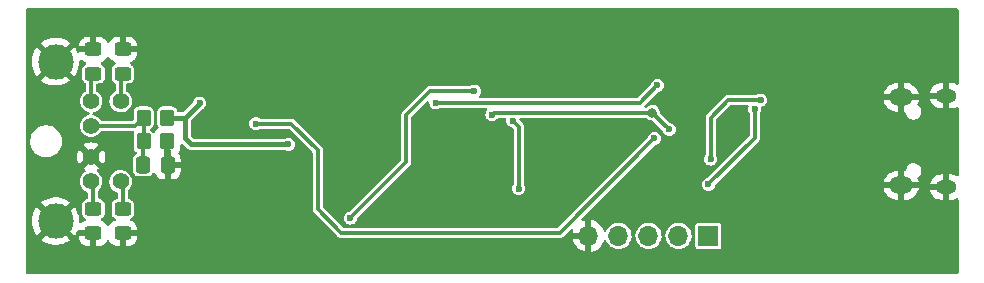
<source format=gbr>
%TF.GenerationSoftware,KiCad,Pcbnew,(6.0.7)*%
%TF.CreationDate,2022-10-12T10:01:19-04:00*%
%TF.ProjectId,minirib-usb,6d696e69-7269-4622-9d75-73622e6b6963,C*%
%TF.SameCoordinates,Original*%
%TF.FileFunction,Copper,L2,Bot*%
%TF.FilePolarity,Positive*%
%FSLAX46Y46*%
G04 Gerber Fmt 4.6, Leading zero omitted, Abs format (unit mm)*
G04 Created by KiCad (PCBNEW (6.0.7)) date 2022-10-12 10:01:19*
%MOMM*%
%LPD*%
G01*
G04 APERTURE LIST*
G04 Aperture macros list*
%AMRoundRect*
0 Rectangle with rounded corners*
0 $1 Rounding radius*
0 $2 $3 $4 $5 $6 $7 $8 $9 X,Y pos of 4 corners*
0 Add a 4 corners polygon primitive as box body*
4,1,4,$2,$3,$4,$5,$6,$7,$8,$9,$2,$3,0*
0 Add four circle primitives for the rounded corners*
1,1,$1+$1,$2,$3*
1,1,$1+$1,$4,$5*
1,1,$1+$1,$6,$7*
1,1,$1+$1,$8,$9*
0 Add four rect primitives between the rounded corners*
20,1,$1+$1,$2,$3,$4,$5,0*
20,1,$1+$1,$4,$5,$6,$7,0*
20,1,$1+$1,$6,$7,$8,$9,0*
20,1,$1+$1,$8,$9,$2,$3,0*%
G04 Aperture macros list end*
%TA.AperFunction,ComponentPad*%
%ADD10R,1.700000X1.700000*%
%TD*%
%TA.AperFunction,ComponentPad*%
%ADD11O,1.700000X1.700000*%
%TD*%
%TA.AperFunction,ComponentPad*%
%ADD12O,1.800000X1.150000*%
%TD*%
%TA.AperFunction,ComponentPad*%
%ADD13O,2.000000X1.450000*%
%TD*%
%TA.AperFunction,ComponentPad*%
%ADD14C,1.400000*%
%TD*%
%TA.AperFunction,ComponentPad*%
%ADD15C,3.000000*%
%TD*%
%TA.AperFunction,SMDPad,CuDef*%
%ADD16RoundRect,0.250000X-0.450000X0.325000X-0.450000X-0.325000X0.450000X-0.325000X0.450000X0.325000X0*%
%TD*%
%TA.AperFunction,SMDPad,CuDef*%
%ADD17RoundRect,0.250000X-0.350000X-0.450000X0.350000X-0.450000X0.350000X0.450000X-0.350000X0.450000X0*%
%TD*%
%TA.AperFunction,SMDPad,CuDef*%
%ADD18RoundRect,0.250000X0.350000X0.450000X-0.350000X0.450000X-0.350000X-0.450000X0.350000X-0.450000X0*%
%TD*%
%TA.AperFunction,SMDPad,CuDef*%
%ADD19RoundRect,0.250000X-0.337500X-0.475000X0.337500X-0.475000X0.337500X0.475000X-0.337500X0.475000X0*%
%TD*%
%TA.AperFunction,SMDPad,CuDef*%
%ADD20RoundRect,0.250000X0.450000X-0.325000X0.450000X0.325000X-0.450000X0.325000X-0.450000X-0.325000X0*%
%TD*%
%TA.AperFunction,ViaPad*%
%ADD21C,0.600000*%
%TD*%
%TA.AperFunction,ViaPad*%
%ADD22C,0.800000*%
%TD*%
%TA.AperFunction,Conductor*%
%ADD23C,0.350000*%
%TD*%
%TA.AperFunction,Conductor*%
%ADD24C,0.450000*%
%TD*%
G04 APERTURE END LIST*
D10*
%TO.P,J3,1,Pin_1*%
%TO.N,TXD*%
X158075000Y-108000000D03*
D11*
%TO.P,J3,2,Pin_2*%
%TO.N,RXD*%
X155535000Y-108000000D03*
%TO.P,J3,3,Pin_3*%
%TO.N,DTR*%
X152995000Y-108000000D03*
%TO.P,J3,4,Pin_4*%
%TO.N,CTS*%
X150455000Y-108000000D03*
%TO.P,J3,5,Pin_5*%
%TO.N,GND*%
X147915000Y-108000000D03*
%TD*%
D12*
%TO.P,J1,6,Shield*%
%TO.N,GND*%
X178195000Y-96130000D03*
D13*
X174395000Y-96280000D03*
D12*
X178195000Y-103880000D03*
D13*
X174395000Y-103730000D03*
%TD*%
D14*
%TO.P,J2,1*%
%TO.N,GND*%
X105800000Y-101300000D03*
%TO.P,J2,2*%
%TO.N,BIAS*%
X105800000Y-98700000D03*
%TO.P,J2,3*%
%TO.N,BUSY*%
X105800000Y-103400000D03*
%TO.P,J2,4*%
%TO.N,~{BUSY}*%
X105800000Y-96600000D03*
%TO.P,J2,5*%
%TO.N,BUS+*%
X108300000Y-103400000D03*
%TO.P,J2,6*%
%TO.N,BUS-*%
X108300000Y-96600000D03*
D15*
%TO.P,J2,SH*%
%TO.N,GND*%
X102800000Y-106750000D03*
X102800000Y-93250000D03*
%TD*%
D16*
%TO.P,D3,1,A1*%
%TO.N,BUSY*%
X106000000Y-105725000D03*
%TO.P,D3,2,A2*%
%TO.N,GND*%
X106000000Y-107775000D03*
%TD*%
%TO.P,D4,1,A1*%
%TO.N,BUS+*%
X108500000Y-105725000D03*
%TO.P,D4,2,A2*%
%TO.N,GND*%
X108500000Y-107775000D03*
%TD*%
D17*
%TO.P,R7,1*%
%TO.N,BIAS*%
X110250000Y-100000000D03*
%TO.P,R7,2*%
%TO.N,GND*%
X112250000Y-100000000D03*
%TD*%
D18*
%TO.P,R6,1*%
%TO.N,+5V*%
X112250000Y-98000000D03*
%TO.P,R6,2*%
%TO.N,BIAS*%
X110250000Y-98000000D03*
%TD*%
D19*
%TO.P,C3,1*%
%TO.N,BIAS*%
X110212500Y-102000000D03*
%TO.P,C3,2*%
%TO.N,GND*%
X112287500Y-102000000D03*
%TD*%
D20*
%TO.P,D2,1,A1*%
%TO.N,~{BUSY}*%
X106000000Y-94275000D03*
%TO.P,D2,2,A2*%
%TO.N,GND*%
X106000000Y-92225000D03*
%TD*%
%TO.P,D1,1,A1*%
%TO.N,BUS-*%
X108500000Y-94275000D03*
%TO.P,D1,2,A2*%
%TO.N,GND*%
X108500000Y-92225000D03*
%TD*%
D21*
%TO.N,GND*%
X144250000Y-110750000D03*
X173250000Y-110750000D03*
X171250000Y-89250000D03*
X142250000Y-110750000D03*
X137500000Y-103750000D03*
X122250000Y-89250000D03*
X148250000Y-110750000D03*
X143250000Y-110750000D03*
X142250000Y-89250000D03*
X124250000Y-110750000D03*
X170250000Y-89250000D03*
X178250000Y-110750000D03*
X123250000Y-110750000D03*
X111250000Y-89250000D03*
X158250000Y-110750000D03*
X128000000Y-92750000D03*
X105250000Y-110750000D03*
X125250000Y-89250000D03*
X174250000Y-110750000D03*
X156250000Y-89250000D03*
X113250000Y-89250000D03*
X121250000Y-110750000D03*
X142500000Y-105250000D03*
X161250000Y-110750000D03*
X109250000Y-89250000D03*
X140250000Y-110750000D03*
X177250000Y-110750000D03*
X116250000Y-89250000D03*
X173250000Y-89250000D03*
X106250000Y-89250000D03*
X101250000Y-89250000D03*
X126000000Y-103000000D03*
X172250000Y-89250000D03*
X120250000Y-110750000D03*
X139250000Y-110750000D03*
X144250000Y-89250000D03*
X151250000Y-110750000D03*
X168250000Y-89250000D03*
X126250000Y-89250000D03*
X153250000Y-89250000D03*
X102250000Y-89250000D03*
X134250000Y-89250000D03*
X167250000Y-110750000D03*
X177250000Y-89250000D03*
X165250000Y-110750000D03*
X132250000Y-89250000D03*
X119250000Y-110750000D03*
X129000000Y-103000000D03*
X169250000Y-89250000D03*
X108250000Y-110750000D03*
X128250000Y-89250000D03*
X121250000Y-89250000D03*
X159250000Y-89250000D03*
X123250000Y-89250000D03*
X148250000Y-89250000D03*
X176250000Y-110750000D03*
X136500000Y-103750000D03*
X178250000Y-89250000D03*
X137250000Y-89250000D03*
X135500000Y-103750000D03*
X131000000Y-97500000D03*
X133250000Y-89250000D03*
X138500000Y-102750000D03*
X105250000Y-89250000D03*
X115250000Y-89250000D03*
X141250000Y-110750000D03*
X110250000Y-110750000D03*
X118250000Y-89250000D03*
X114250000Y-89250000D03*
X128750000Y-95500000D03*
X136250000Y-110750000D03*
X104250000Y-89250000D03*
X168250000Y-110750000D03*
X116250000Y-110750000D03*
X129250000Y-110750000D03*
X143250000Y-89250000D03*
X159250000Y-110750000D03*
X155250000Y-110750000D03*
X161250000Y-89250000D03*
X155250000Y-89250000D03*
X166250000Y-89250000D03*
X164000000Y-99000000D03*
X147250000Y-89250000D03*
X136250000Y-89250000D03*
X176250000Y-89250000D03*
X127000000Y-103000000D03*
X151250000Y-89250000D03*
X128750000Y-92000000D03*
X107250000Y-110750000D03*
X172250000Y-110750000D03*
X126250000Y-110750000D03*
X147250000Y-110750000D03*
X136000000Y-93750000D03*
X124250000Y-89250000D03*
X169250000Y-110750000D03*
X138000000Y-92750000D03*
X133500000Y-103750000D03*
X103250000Y-89250000D03*
X117250000Y-110750000D03*
X164250000Y-89250000D03*
X135250000Y-110750000D03*
X129500000Y-94750000D03*
X157250000Y-110750000D03*
X114250000Y-110750000D03*
X133250000Y-110750000D03*
X130250000Y-89250000D03*
X104250000Y-110750000D03*
X149250000Y-89250000D03*
X131250000Y-89250000D03*
X145250000Y-110750000D03*
X160250000Y-89250000D03*
X112250000Y-89250000D03*
X111250000Y-110750000D03*
X152250000Y-110750000D03*
X164250000Y-110750000D03*
X141250000Y-89250000D03*
X137000000Y-93750000D03*
X137250000Y-110750000D03*
X128250000Y-110750000D03*
X149250000Y-110750000D03*
X129250000Y-89250000D03*
X135250000Y-89250000D03*
X130000000Y-97500000D03*
X175250000Y-89250000D03*
X150250000Y-110750000D03*
X138500000Y-103750000D03*
X131250000Y-110750000D03*
X156250000Y-110750000D03*
X128000000Y-94750000D03*
X112250000Y-110750000D03*
X175250000Y-110750000D03*
X160250000Y-110750000D03*
X162250000Y-89250000D03*
X138250000Y-110750000D03*
X138250000Y-89250000D03*
X130000000Y-103000000D03*
X134250000Y-110750000D03*
X150250000Y-89250000D03*
X142500000Y-106250000D03*
X127250000Y-97500000D03*
X159000000Y-100750000D03*
X139000000Y-92750000D03*
X120250000Y-89250000D03*
X108250000Y-89250000D03*
X107250000Y-89250000D03*
X139500000Y-103750000D03*
X118250000Y-110750000D03*
X134500000Y-103750000D03*
X129500000Y-92750000D03*
X171250000Y-110750000D03*
X146250000Y-110750000D03*
X162250000Y-110750000D03*
X128000000Y-105000000D03*
X163000000Y-98000000D03*
X153250000Y-110750000D03*
X164000000Y-98000000D03*
X127000000Y-105000000D03*
X101250000Y-110750000D03*
X124500000Y-97500000D03*
X117250000Y-89250000D03*
X140250000Y-89250000D03*
X130250000Y-110750000D03*
X154250000Y-89250000D03*
X165250000Y-89250000D03*
X115250000Y-110750000D03*
X122250000Y-110750000D03*
X132250000Y-110750000D03*
X157250000Y-89250000D03*
X170250000Y-110750000D03*
X164000000Y-100000000D03*
X146250000Y-89250000D03*
X139250000Y-89250000D03*
X102250000Y-110750000D03*
X167250000Y-89250000D03*
X119250000Y-89250000D03*
X158250000Y-89250000D03*
X127250000Y-110750000D03*
X166250000Y-110750000D03*
X106250000Y-110750000D03*
X103250000Y-110750000D03*
X110250000Y-89250000D03*
X145250000Y-89250000D03*
X152250000Y-89250000D03*
X113250000Y-110750000D03*
X154250000Y-110750000D03*
X127250000Y-89250000D03*
X163250000Y-89250000D03*
X126000000Y-105000000D03*
X125250000Y-110750000D03*
X163250000Y-110750000D03*
X109250000Y-110750000D03*
X174250000Y-89250000D03*
X128000000Y-103000000D03*
%TO.N,+5V*%
X135000000Y-96750000D03*
X153750000Y-95250000D03*
X115000000Y-96750000D03*
X122500000Y-100250000D03*
%TO.N,TXD*%
X119750000Y-98500000D03*
X153500000Y-99750000D03*
D22*
%TO.N,RXD*%
X153325489Y-97575489D03*
D21*
X139750000Y-97750000D03*
X154750000Y-99000000D03*
%TO.N,BUSY*%
X138250000Y-95750000D03*
X127750000Y-106500000D03*
%TO.N,DTR*%
X142000000Y-104000000D03*
X141500000Y-98250000D03*
%TO.N,~{DTR_TTL}*%
X158075500Y-103648056D03*
X162000000Y-97250000D03*
%TO.N,TXD_TTL*%
X162500000Y-96500000D03*
X158250000Y-101500000D03*
%TD*%
D23*
%TO.N,+5V*%
X152250000Y-96750000D02*
X153750000Y-95250000D01*
D24*
X113750000Y-99750000D02*
X114250000Y-100250000D01*
X113750000Y-98000000D02*
X115000000Y-96750000D01*
X113750000Y-98000000D02*
X113750000Y-99750000D01*
D23*
X135000000Y-96750000D02*
X152250000Y-96750000D01*
D24*
X114250000Y-100250000D02*
X122500000Y-100250000D01*
X112250000Y-98000000D02*
X113750000Y-98000000D01*
D23*
%TO.N,BIAS*%
X110250000Y-100000000D02*
X110250000Y-98000000D01*
X109550000Y-98700000D02*
X110250000Y-98000000D01*
X105800000Y-98700000D02*
X109550000Y-98700000D01*
X110212500Y-100037500D02*
X110250000Y-100000000D01*
X110212500Y-102000000D02*
X110212500Y-100037500D01*
%TO.N,TXD*%
X127000000Y-107750000D02*
X125000000Y-105750000D01*
X125000000Y-105750000D02*
X125000000Y-100750000D01*
X122750000Y-98500000D02*
X119750000Y-98500000D01*
X153500000Y-99750000D02*
X145500000Y-107750000D01*
X145500000Y-107750000D02*
X127000000Y-107750000D01*
X125000000Y-100750000D02*
X122750000Y-98500000D01*
%TO.N,RXD*%
X139750000Y-97750000D02*
X139924511Y-97575489D01*
X153325489Y-97575489D02*
X154750000Y-99000000D01*
X139924511Y-97575489D02*
X153325489Y-97575489D01*
%TO.N,BUS-*%
X108300000Y-94475000D02*
X108500000Y-94275000D01*
X108300000Y-96600000D02*
X108300000Y-94475000D01*
%TO.N,~{BUSY}*%
X105800000Y-94475000D02*
X106000000Y-94275000D01*
X105800000Y-96600000D02*
X105800000Y-94475000D01*
%TO.N,BUSY*%
X132500000Y-101750000D02*
X127750000Y-106500000D01*
X138250000Y-95750000D02*
X134500000Y-95750000D01*
X134500000Y-95750000D02*
X132500000Y-97750000D01*
X132500000Y-97750000D02*
X132500000Y-101750000D01*
X106000000Y-105725000D02*
X106000000Y-103600000D01*
X106000000Y-103600000D02*
X105800000Y-103400000D01*
%TO.N,BUS+*%
X108500000Y-105725000D02*
X108500000Y-103600000D01*
X108500000Y-103600000D02*
X108300000Y-103400000D01*
%TO.N,DTR*%
X142000000Y-98750000D02*
X142000000Y-104000000D01*
X141500000Y-98250000D02*
X142000000Y-98750000D01*
%TO.N,~{DTR_TTL}*%
X162000000Y-97250000D02*
X162000000Y-99723556D01*
X162000000Y-99723556D02*
X158075500Y-103648056D01*
%TO.N,TXD_TTL*%
X158250000Y-98000000D02*
X159750000Y-96500000D01*
X158250000Y-101500000D02*
X158250000Y-98000000D01*
X159750000Y-96500000D02*
X162500000Y-96500000D01*
%TD*%
%TA.AperFunction,Conductor*%
%TO.N,GND*%
G36*
X179191621Y-88770502D02*
G01*
X179238114Y-88824158D01*
X179249500Y-88876500D01*
X179249500Y-95080541D01*
X179229498Y-95148662D01*
X179175842Y-95195155D01*
X179105568Y-95205259D01*
X179055152Y-95186393D01*
X179025702Y-95167377D01*
X179015094Y-95161879D01*
X178834551Y-95089117D01*
X178823102Y-95085725D01*
X178630609Y-95048134D01*
X178621799Y-95047064D01*
X178619172Y-95047000D01*
X178467115Y-95047000D01*
X178451876Y-95051475D01*
X178450671Y-95052865D01*
X178449000Y-95060548D01*
X178449000Y-97194885D01*
X178453475Y-97210124D01*
X178454865Y-97211329D01*
X178462548Y-97213000D01*
X178568637Y-97213000D01*
X178574613Y-97212715D01*
X178719745Y-97198868D01*
X178731480Y-97196609D01*
X178918268Y-97141812D01*
X178929356Y-97137377D01*
X179065808Y-97067099D01*
X179135527Y-97053690D01*
X179201427Y-97080103D01*
X179242586Y-97137951D01*
X179249500Y-97179115D01*
X179249500Y-102830541D01*
X179229498Y-102898662D01*
X179175842Y-102945155D01*
X179105568Y-102955259D01*
X179055152Y-102936393D01*
X179025702Y-102917377D01*
X179015094Y-102911879D01*
X178834551Y-102839117D01*
X178823102Y-102835725D01*
X178630609Y-102798134D01*
X178621799Y-102797064D01*
X178619172Y-102797000D01*
X178467115Y-102797000D01*
X178451876Y-102801475D01*
X178450671Y-102802865D01*
X178449000Y-102810548D01*
X178449000Y-104944885D01*
X178453475Y-104960124D01*
X178454865Y-104961329D01*
X178462548Y-104963000D01*
X178568637Y-104963000D01*
X178574613Y-104962715D01*
X178719745Y-104948868D01*
X178731480Y-104946609D01*
X178918268Y-104891812D01*
X178929356Y-104887377D01*
X179065808Y-104817099D01*
X179135527Y-104803690D01*
X179201427Y-104830103D01*
X179242586Y-104887951D01*
X179249500Y-104929115D01*
X179249500Y-111123500D01*
X179229498Y-111191621D01*
X179175842Y-111238114D01*
X179123500Y-111249500D01*
X100376500Y-111249500D01*
X100308379Y-111229498D01*
X100261886Y-111175842D01*
X100250500Y-111123500D01*
X100250500Y-108339654D01*
X101575618Y-108339654D01*
X101582673Y-108349627D01*
X101613679Y-108375551D01*
X101620598Y-108380579D01*
X101845272Y-108521515D01*
X101852807Y-108525556D01*
X102094520Y-108634694D01*
X102102551Y-108637680D01*
X102356832Y-108713002D01*
X102365184Y-108714869D01*
X102627340Y-108754984D01*
X102635874Y-108755700D01*
X102901045Y-108759867D01*
X102909596Y-108759418D01*
X103172883Y-108727557D01*
X103181284Y-108725955D01*
X103437824Y-108658653D01*
X103445926Y-108655926D01*
X103690949Y-108554434D01*
X103698617Y-108550628D01*
X103927598Y-108416822D01*
X103934679Y-108412009D01*
X104014655Y-108349301D01*
X104023125Y-108337442D01*
X104016608Y-108325818D01*
X103837885Y-108147095D01*
X104792001Y-108147095D01*
X104792338Y-108153614D01*
X104802257Y-108249206D01*
X104805149Y-108262600D01*
X104856588Y-108416784D01*
X104862761Y-108429962D01*
X104948063Y-108567807D01*
X104957099Y-108579208D01*
X105071829Y-108693739D01*
X105083240Y-108702751D01*
X105221243Y-108787816D01*
X105234424Y-108793963D01*
X105388710Y-108845138D01*
X105402086Y-108848005D01*
X105496438Y-108857672D01*
X105502854Y-108858000D01*
X105727885Y-108858000D01*
X105743124Y-108853525D01*
X105744329Y-108852135D01*
X105746000Y-108844452D01*
X105746000Y-108047115D01*
X105741525Y-108031876D01*
X105740135Y-108030671D01*
X105732452Y-108029000D01*
X104810116Y-108029000D01*
X104794877Y-108033475D01*
X104793672Y-108034865D01*
X104792001Y-108042548D01*
X104792001Y-108147095D01*
X103837885Y-108147095D01*
X102812812Y-107122022D01*
X102798868Y-107114408D01*
X102797035Y-107114539D01*
X102790420Y-107118790D01*
X101582910Y-108326300D01*
X101575618Y-108339654D01*
X100250500Y-108339654D01*
X100250500Y-106733204D01*
X100787665Y-106733204D01*
X100802931Y-106997962D01*
X100804005Y-107006470D01*
X100855065Y-107266722D01*
X100857276Y-107274974D01*
X100943184Y-107525894D01*
X100946499Y-107533779D01*
X101065664Y-107770713D01*
X101070020Y-107778079D01*
X101199347Y-107966250D01*
X101209601Y-107974594D01*
X101223342Y-107967448D01*
X102427978Y-106762812D01*
X102434356Y-106751132D01*
X103164408Y-106751132D01*
X103164539Y-106752965D01*
X103168790Y-106759580D01*
X104375730Y-107966520D01*
X104387939Y-107973187D01*
X104399439Y-107964497D01*
X104496831Y-107831913D01*
X104501418Y-107824685D01*
X104627969Y-107591609D01*
X104631225Y-107584496D01*
X104677769Y-107530885D01*
X104745909Y-107510948D01*
X104772569Y-107513827D01*
X104805545Y-107521000D01*
X106128000Y-107521000D01*
X106196121Y-107541002D01*
X106242614Y-107594658D01*
X106254000Y-107647000D01*
X106254000Y-108839884D01*
X106258475Y-108855123D01*
X106259865Y-108856328D01*
X106267548Y-108857999D01*
X106497095Y-108857999D01*
X106503614Y-108857662D01*
X106599206Y-108847743D01*
X106612600Y-108844851D01*
X106766784Y-108793412D01*
X106779962Y-108787239D01*
X106917807Y-108701937D01*
X106929208Y-108692901D01*
X107043739Y-108578171D01*
X107052751Y-108566760D01*
X107141658Y-108422525D01*
X107143877Y-108423893D01*
X107182732Y-108379763D01*
X107251009Y-108360301D01*
X107318970Y-108380842D01*
X107357146Y-108424821D01*
X107358906Y-108423732D01*
X107448063Y-108567807D01*
X107457099Y-108579208D01*
X107571829Y-108693739D01*
X107583240Y-108702751D01*
X107721243Y-108787816D01*
X107734424Y-108793963D01*
X107888710Y-108845138D01*
X107902086Y-108848005D01*
X107996438Y-108857672D01*
X108002854Y-108858000D01*
X108227885Y-108858000D01*
X108243124Y-108853525D01*
X108244329Y-108852135D01*
X108246000Y-108844452D01*
X108246000Y-108839884D01*
X108754000Y-108839884D01*
X108758475Y-108855123D01*
X108759865Y-108856328D01*
X108767548Y-108857999D01*
X108997095Y-108857999D01*
X109003614Y-108857662D01*
X109099206Y-108847743D01*
X109112600Y-108844851D01*
X109266784Y-108793412D01*
X109279962Y-108787239D01*
X109417807Y-108701937D01*
X109429208Y-108692901D01*
X109543739Y-108578171D01*
X109552751Y-108566760D01*
X109637816Y-108428757D01*
X109643963Y-108415576D01*
X109692924Y-108267966D01*
X146583257Y-108267966D01*
X146613565Y-108402446D01*
X146616645Y-108412275D01*
X146696770Y-108609603D01*
X146701413Y-108618794D01*
X146812694Y-108800388D01*
X146818777Y-108808699D01*
X146958213Y-108969667D01*
X146965580Y-108976883D01*
X147129434Y-109112916D01*
X147137881Y-109118831D01*
X147321756Y-109226279D01*
X147331042Y-109230729D01*
X147530001Y-109306703D01*
X147539899Y-109309579D01*
X147643250Y-109330606D01*
X147657299Y-109329410D01*
X147661000Y-109319065D01*
X147661000Y-109318517D01*
X148169000Y-109318517D01*
X148173064Y-109332359D01*
X148186478Y-109334393D01*
X148193184Y-109333534D01*
X148203262Y-109331392D01*
X148407255Y-109270191D01*
X148416842Y-109266433D01*
X148608095Y-109172739D01*
X148616945Y-109167464D01*
X148790328Y-109043792D01*
X148798200Y-109037139D01*
X148949052Y-108886812D01*
X148955730Y-108878965D01*
X149080003Y-108706020D01*
X149085313Y-108697183D01*
X149179670Y-108506267D01*
X149183469Y-108496672D01*
X149201815Y-108436289D01*
X149240756Y-108376925D01*
X149305610Y-108348038D01*
X149375786Y-108358799D01*
X149429004Y-108405793D01*
X149436799Y-108420166D01*
X149497856Y-108552607D01*
X149501189Y-108557323D01*
X149603967Y-108702751D01*
X149614588Y-108717780D01*
X149759466Y-108858913D01*
X149764270Y-108862123D01*
X149831651Y-108907146D01*
X149927637Y-108971282D01*
X149932940Y-108973560D01*
X149932943Y-108973562D01*
X150096409Y-109043792D01*
X150113470Y-109051122D01*
X150310740Y-109095760D01*
X150316509Y-109095987D01*
X150316512Y-109095987D01*
X150392683Y-109098979D01*
X150512842Y-109103700D01*
X150599132Y-109091189D01*
X150707286Y-109075508D01*
X150707291Y-109075507D01*
X150713007Y-109074678D01*
X150718479Y-109072820D01*
X150718481Y-109072820D01*
X150899067Y-109011519D01*
X150899069Y-109011518D01*
X150904531Y-109009664D01*
X151081001Y-108910837D01*
X151143433Y-108858913D01*
X151232073Y-108785191D01*
X151236505Y-108781505D01*
X151310197Y-108692901D01*
X151362146Y-108630439D01*
X151365837Y-108626001D01*
X151464664Y-108449531D01*
X151473832Y-108422525D01*
X151527820Y-108263481D01*
X151527820Y-108263479D01*
X151529678Y-108258007D01*
X151530507Y-108252291D01*
X151530508Y-108252286D01*
X151558167Y-108061516D01*
X151558700Y-108057842D01*
X151560215Y-108000000D01*
X151557557Y-107971069D01*
X151890164Y-107971069D01*
X151903392Y-108172894D01*
X151904815Y-108178496D01*
X151950606Y-108358799D01*
X151953178Y-108368928D01*
X152037856Y-108552607D01*
X152041189Y-108557323D01*
X152143967Y-108702751D01*
X152154588Y-108717780D01*
X152299466Y-108858913D01*
X152304270Y-108862123D01*
X152371651Y-108907146D01*
X152467637Y-108971282D01*
X152472940Y-108973560D01*
X152472943Y-108973562D01*
X152636409Y-109043792D01*
X152653470Y-109051122D01*
X152850740Y-109095760D01*
X152856509Y-109095987D01*
X152856512Y-109095987D01*
X152932683Y-109098979D01*
X153052842Y-109103700D01*
X153139132Y-109091189D01*
X153247286Y-109075508D01*
X153247291Y-109075507D01*
X153253007Y-109074678D01*
X153258479Y-109072820D01*
X153258481Y-109072820D01*
X153439067Y-109011519D01*
X153439069Y-109011518D01*
X153444531Y-109009664D01*
X153621001Y-108910837D01*
X153683433Y-108858913D01*
X153772073Y-108785191D01*
X153776505Y-108781505D01*
X153850197Y-108692901D01*
X153902146Y-108630439D01*
X153905837Y-108626001D01*
X154004664Y-108449531D01*
X154013832Y-108422525D01*
X154067820Y-108263481D01*
X154067820Y-108263479D01*
X154069678Y-108258007D01*
X154070507Y-108252291D01*
X154070508Y-108252286D01*
X154098167Y-108061516D01*
X154098700Y-108057842D01*
X154100215Y-108000000D01*
X154097557Y-107971069D01*
X154430164Y-107971069D01*
X154443392Y-108172894D01*
X154444815Y-108178496D01*
X154490606Y-108358799D01*
X154493178Y-108368928D01*
X154577856Y-108552607D01*
X154581189Y-108557323D01*
X154683967Y-108702751D01*
X154694588Y-108717780D01*
X154839466Y-108858913D01*
X154844270Y-108862123D01*
X154911651Y-108907146D01*
X155007637Y-108971282D01*
X155012940Y-108973560D01*
X155012943Y-108973562D01*
X155176409Y-109043792D01*
X155193470Y-109051122D01*
X155390740Y-109095760D01*
X155396509Y-109095987D01*
X155396512Y-109095987D01*
X155472683Y-109098979D01*
X155592842Y-109103700D01*
X155679132Y-109091189D01*
X155787286Y-109075508D01*
X155787291Y-109075507D01*
X155793007Y-109074678D01*
X155798479Y-109072820D01*
X155798481Y-109072820D01*
X155979067Y-109011519D01*
X155979069Y-109011518D01*
X155984531Y-109009664D01*
X156161001Y-108910837D01*
X156204482Y-108874674D01*
X156974500Y-108874674D01*
X156989034Y-108947740D01*
X157044399Y-109030601D01*
X157127260Y-109085966D01*
X157200326Y-109100500D01*
X158949674Y-109100500D01*
X159022740Y-109085966D01*
X159105601Y-109030601D01*
X159160966Y-108947740D01*
X159175500Y-108874674D01*
X159175500Y-107125326D01*
X159160966Y-107052260D01*
X159151043Y-107037408D01*
X159114849Y-106983240D01*
X159105601Y-106969399D01*
X159022740Y-106914034D01*
X158949674Y-106899500D01*
X157200326Y-106899500D01*
X157127260Y-106914034D01*
X157044399Y-106969399D01*
X157035151Y-106983240D01*
X156998958Y-107037408D01*
X156989034Y-107052260D01*
X156974500Y-107125326D01*
X156974500Y-108874674D01*
X156204482Y-108874674D01*
X156223433Y-108858913D01*
X156312073Y-108785191D01*
X156316505Y-108781505D01*
X156390197Y-108692901D01*
X156442146Y-108630439D01*
X156445837Y-108626001D01*
X156544664Y-108449531D01*
X156553832Y-108422525D01*
X156607820Y-108263481D01*
X156607820Y-108263479D01*
X156609678Y-108258007D01*
X156610507Y-108252291D01*
X156610508Y-108252286D01*
X156638167Y-108061516D01*
X156638700Y-108057842D01*
X156640215Y-108000000D01*
X156621708Y-107798591D01*
X156566807Y-107603926D01*
X156477351Y-107422527D01*
X156459079Y-107398057D01*
X156359788Y-107265091D01*
X156359787Y-107265090D01*
X156356335Y-107260467D01*
X156333350Y-107239220D01*
X156212053Y-107127094D01*
X156212051Y-107127092D01*
X156207812Y-107123174D01*
X156180374Y-107105862D01*
X156041637Y-107018325D01*
X156036757Y-107015246D01*
X155848898Y-106940298D01*
X155650526Y-106900839D01*
X155644752Y-106900763D01*
X155644748Y-106900763D01*
X155542257Y-106899422D01*
X155448286Y-106898192D01*
X155442589Y-106899171D01*
X155442588Y-106899171D01*
X155254646Y-106931465D01*
X155254645Y-106931465D01*
X155248949Y-106932444D01*
X155059193Y-107002449D01*
X154885371Y-107105862D01*
X154733305Y-107239220D01*
X154608089Y-107398057D01*
X154513914Y-107577053D01*
X154453937Y-107770213D01*
X154430164Y-107971069D01*
X154097557Y-107971069D01*
X154081708Y-107798591D01*
X154026807Y-107603926D01*
X153937351Y-107422527D01*
X153919079Y-107398057D01*
X153819788Y-107265091D01*
X153819787Y-107265090D01*
X153816335Y-107260467D01*
X153793350Y-107239220D01*
X153672053Y-107127094D01*
X153672051Y-107127092D01*
X153667812Y-107123174D01*
X153640374Y-107105862D01*
X153501637Y-107018325D01*
X153496757Y-107015246D01*
X153308898Y-106940298D01*
X153110526Y-106900839D01*
X153104752Y-106900763D01*
X153104748Y-106900763D01*
X153002257Y-106899422D01*
X152908286Y-106898192D01*
X152902589Y-106899171D01*
X152902588Y-106899171D01*
X152714646Y-106931465D01*
X152714645Y-106931465D01*
X152708949Y-106932444D01*
X152519193Y-107002449D01*
X152345371Y-107105862D01*
X152193305Y-107239220D01*
X152068089Y-107398057D01*
X151973914Y-107577053D01*
X151913937Y-107770213D01*
X151890164Y-107971069D01*
X151557557Y-107971069D01*
X151541708Y-107798591D01*
X151486807Y-107603926D01*
X151397351Y-107422527D01*
X151379079Y-107398057D01*
X151279788Y-107265091D01*
X151279787Y-107265090D01*
X151276335Y-107260467D01*
X151253350Y-107239220D01*
X151132053Y-107127094D01*
X151132051Y-107127092D01*
X151127812Y-107123174D01*
X151100374Y-107105862D01*
X150961637Y-107018325D01*
X150956757Y-107015246D01*
X150768898Y-106940298D01*
X150570526Y-106900839D01*
X150564752Y-106900763D01*
X150564748Y-106900763D01*
X150462257Y-106899422D01*
X150368286Y-106898192D01*
X150362589Y-106899171D01*
X150362588Y-106899171D01*
X150174646Y-106931465D01*
X150174645Y-106931465D01*
X150168949Y-106932444D01*
X149979193Y-107002449D01*
X149805371Y-107105862D01*
X149653305Y-107239220D01*
X149528089Y-107398057D01*
X149525400Y-107403168D01*
X149525398Y-107403171D01*
X149434365Y-107576196D01*
X149384946Y-107627169D01*
X149315814Y-107643332D01*
X149248917Y-107619553D01*
X149205437Y-107560654D01*
X149204955Y-107560863D01*
X149204043Y-107558766D01*
X149203581Y-107558140D01*
X149202895Y-107556126D01*
X149117972Y-107360814D01*
X149113105Y-107351739D01*
X148997426Y-107172926D01*
X148991136Y-107164757D01*
X148847806Y-107007240D01*
X148840273Y-107000215D01*
X148673139Y-106868222D01*
X148664552Y-106862517D01*
X148478117Y-106759599D01*
X148468705Y-106755369D01*
X148267959Y-106684280D01*
X148257988Y-106681646D01*
X148186837Y-106668972D01*
X148173540Y-106670432D01*
X148169000Y-106684989D01*
X148169000Y-109318517D01*
X147661000Y-109318517D01*
X147661000Y-108272115D01*
X147656525Y-108256876D01*
X147655135Y-108255671D01*
X147647452Y-108254000D01*
X146598225Y-108254000D01*
X146584694Y-108257973D01*
X146583257Y-108267966D01*
X109692924Y-108267966D01*
X109695138Y-108261290D01*
X109698005Y-108247914D01*
X109707672Y-108153562D01*
X109708000Y-108147146D01*
X109708000Y-108047115D01*
X109703525Y-108031876D01*
X109702135Y-108030671D01*
X109694452Y-108029000D01*
X108772115Y-108029000D01*
X108756876Y-108033475D01*
X108755671Y-108034865D01*
X108754000Y-108042548D01*
X108754000Y-108839884D01*
X108246000Y-108839884D01*
X108246000Y-107647000D01*
X108266002Y-107578879D01*
X108319658Y-107532386D01*
X108372000Y-107521000D01*
X109689884Y-107521000D01*
X109705123Y-107516525D01*
X109706328Y-107515135D01*
X109707999Y-107507452D01*
X109707999Y-107402905D01*
X109707662Y-107396386D01*
X109697743Y-107300794D01*
X109694851Y-107287400D01*
X109643412Y-107133216D01*
X109637239Y-107120038D01*
X109551937Y-106982193D01*
X109542901Y-106970792D01*
X109428171Y-106856261D01*
X109416760Y-106847249D01*
X109278757Y-106762184D01*
X109265574Y-106756036D01*
X109194105Y-106732331D01*
X109135745Y-106691900D01*
X109108508Y-106626336D01*
X109121041Y-106556455D01*
X109169366Y-106504443D01*
X109176549Y-106500994D01*
X109176545Y-106500988D01*
X109184422Y-106496676D01*
X109192824Y-106493526D01*
X109200003Y-106488146D01*
X109200006Y-106488144D01*
X109300365Y-106412928D01*
X109307546Y-106407546D01*
X109329706Y-106377978D01*
X109388144Y-106300006D01*
X109388146Y-106300003D01*
X109393526Y-106292824D01*
X109427034Y-106203439D01*
X109441079Y-106165975D01*
X109441079Y-106165973D01*
X109443851Y-106158580D01*
X109450500Y-106097377D01*
X109450499Y-105352624D01*
X109443851Y-105291420D01*
X109393526Y-105157176D01*
X109388146Y-105149997D01*
X109388144Y-105149994D01*
X109312928Y-105049635D01*
X109307546Y-105042454D01*
X109208980Y-104968582D01*
X109200006Y-104961856D01*
X109200003Y-104961854D01*
X109192824Y-104956474D01*
X109076989Y-104913050D01*
X109065975Y-104908921D01*
X109065973Y-104908921D01*
X109058580Y-104906149D01*
X109050731Y-104905296D01*
X109050730Y-104905296D01*
X109037889Y-104903901D01*
X108972327Y-104876657D01*
X108931903Y-104818293D01*
X108925500Y-104778638D01*
X108925500Y-104176403D01*
X108945502Y-104108282D01*
X108958996Y-104091950D01*
X108958655Y-104091656D01*
X109076430Y-103955212D01*
X109076431Y-103955211D01*
X109080454Y-103950550D01*
X109098916Y-103918052D01*
X109115478Y-103888896D01*
X109172526Y-103788474D01*
X109231364Y-103611601D01*
X109248941Y-103472470D01*
X109254285Y-103430170D01*
X109254286Y-103430163D01*
X109254727Y-103426668D01*
X109255099Y-103400000D01*
X109236909Y-103214487D01*
X109235128Y-103208588D01*
X109235127Y-103208583D01*
X109184814Y-103041939D01*
X109183033Y-103036040D01*
X109122897Y-102922940D01*
X109098416Y-102876898D01*
X109098414Y-102876895D01*
X109095522Y-102871456D01*
X109091632Y-102866686D01*
X109091629Y-102866682D01*
X108981605Y-102731780D01*
X108981602Y-102731777D01*
X108977710Y-102727005D01*
X108967894Y-102718884D01*
X108857865Y-102627860D01*
X108834085Y-102608187D01*
X108670116Y-102519529D01*
X108550793Y-102482593D01*
X108497936Y-102466231D01*
X108497933Y-102466230D01*
X108492049Y-102464409D01*
X108485924Y-102463765D01*
X108485923Y-102463765D01*
X108312796Y-102445568D01*
X108312795Y-102445568D01*
X108306668Y-102444924D01*
X108228549Y-102452033D01*
X108127171Y-102461259D01*
X108127168Y-102461260D01*
X108121032Y-102461818D01*
X108115122Y-102463557D01*
X108115119Y-102463558D01*
X107953647Y-102511083D01*
X107942214Y-102514448D01*
X107777023Y-102600807D01*
X107631752Y-102717608D01*
X107511935Y-102860401D01*
X107508971Y-102865793D01*
X107508968Y-102865797D01*
X107447914Y-102976855D01*
X107422135Y-103023746D01*
X107420274Y-103029613D01*
X107420273Y-103029615D01*
X107376630Y-103167195D01*
X107365772Y-103201424D01*
X107344994Y-103386665D01*
X107360592Y-103572414D01*
X107362291Y-103578339D01*
X107409796Y-103744009D01*
X107411971Y-103751595D01*
X107497176Y-103917385D01*
X107612959Y-104063468D01*
X107754912Y-104184279D01*
X107917627Y-104275217D01*
X107987437Y-104297899D01*
X108046042Y-104337972D01*
X108073679Y-104403369D01*
X108074500Y-104417732D01*
X108074500Y-104778639D01*
X108054498Y-104846760D01*
X108000842Y-104893253D01*
X107962107Y-104903902D01*
X107941420Y-104906149D01*
X107807176Y-104956474D01*
X107799997Y-104961854D01*
X107799994Y-104961856D01*
X107791020Y-104968582D01*
X107692454Y-105042454D01*
X107687072Y-105049635D01*
X107611856Y-105149994D01*
X107611854Y-105149997D01*
X107606474Y-105157176D01*
X107556149Y-105291420D01*
X107549500Y-105352623D01*
X107549501Y-106097376D01*
X107549870Y-106100770D01*
X107549870Y-106100776D01*
X107550588Y-106107379D01*
X107556149Y-106158580D01*
X107606474Y-106292824D01*
X107611854Y-106300003D01*
X107611856Y-106300006D01*
X107670294Y-106377978D01*
X107692454Y-106407546D01*
X107699635Y-106412928D01*
X107799994Y-106488144D01*
X107799997Y-106488146D01*
X107807176Y-106493526D01*
X107815578Y-106496676D01*
X107823455Y-106500988D01*
X107822087Y-106503487D01*
X107867238Y-106537406D01*
X107891935Y-106603969D01*
X107876725Y-106673317D01*
X107826438Y-106723433D01*
X107806116Y-106732267D01*
X107733218Y-106756587D01*
X107720038Y-106762761D01*
X107582193Y-106848063D01*
X107570792Y-106857099D01*
X107456261Y-106971829D01*
X107447249Y-106983240D01*
X107358342Y-107127475D01*
X107356123Y-107126107D01*
X107317268Y-107170237D01*
X107248991Y-107189699D01*
X107181030Y-107169158D01*
X107142854Y-107125179D01*
X107141094Y-107126268D01*
X107051937Y-106982193D01*
X107042901Y-106970792D01*
X106928171Y-106856261D01*
X106916760Y-106847249D01*
X106778757Y-106762184D01*
X106765574Y-106756036D01*
X106694105Y-106732331D01*
X106635745Y-106691900D01*
X106608508Y-106626336D01*
X106621041Y-106556455D01*
X106669366Y-106504443D01*
X106676549Y-106500994D01*
X106676545Y-106500988D01*
X106684422Y-106496676D01*
X106692824Y-106493526D01*
X106700003Y-106488146D01*
X106700006Y-106488144D01*
X106800365Y-106412928D01*
X106807546Y-106407546D01*
X106829706Y-106377978D01*
X106888144Y-106300006D01*
X106888146Y-106300003D01*
X106893526Y-106292824D01*
X106927034Y-106203439D01*
X106941079Y-106165975D01*
X106941079Y-106165973D01*
X106943851Y-106158580D01*
X106950500Y-106097377D01*
X106950499Y-105352624D01*
X106943851Y-105291420D01*
X106893526Y-105157176D01*
X106888146Y-105149997D01*
X106888144Y-105149994D01*
X106812928Y-105049635D01*
X106807546Y-105042454D01*
X106708980Y-104968582D01*
X106700006Y-104961856D01*
X106700003Y-104961854D01*
X106692824Y-104956474D01*
X106576989Y-104913050D01*
X106565975Y-104908921D01*
X106565973Y-104908921D01*
X106558580Y-104906149D01*
X106550731Y-104905296D01*
X106550730Y-104905296D01*
X106537889Y-104903901D01*
X106472327Y-104876657D01*
X106431903Y-104818293D01*
X106425500Y-104778638D01*
X106425500Y-104176403D01*
X106445502Y-104108282D01*
X106458996Y-104091950D01*
X106458655Y-104091656D01*
X106576430Y-103955212D01*
X106576431Y-103955211D01*
X106580454Y-103950550D01*
X106598916Y-103918052D01*
X106615478Y-103888896D01*
X106672526Y-103788474D01*
X106731364Y-103611601D01*
X106748941Y-103472470D01*
X106754285Y-103430170D01*
X106754286Y-103430163D01*
X106754727Y-103426668D01*
X106755099Y-103400000D01*
X106736909Y-103214487D01*
X106735128Y-103208588D01*
X106735127Y-103208583D01*
X106684814Y-103041939D01*
X106683033Y-103036040D01*
X106622897Y-102922940D01*
X106598416Y-102876898D01*
X106598414Y-102876895D01*
X106595522Y-102871456D01*
X106591632Y-102866686D01*
X106591629Y-102866682D01*
X106481605Y-102731780D01*
X106481602Y-102731777D01*
X106477710Y-102727005D01*
X106467894Y-102718884D01*
X106357865Y-102627860D01*
X106334085Y-102608187D01*
X106328665Y-102605257D01*
X106323553Y-102601808D01*
X106324758Y-102600022D01*
X106281266Y-102556903D01*
X106265875Y-102487595D01*
X106290399Y-102420968D01*
X106338342Y-102381847D01*
X106401327Y-102352477D01*
X106410811Y-102347001D01*
X106441248Y-102325689D01*
X106449623Y-102315212D01*
X106442554Y-102301764D01*
X105812812Y-101672022D01*
X105798868Y-101664408D01*
X105797035Y-101664539D01*
X105790420Y-101668790D01*
X105156724Y-102302486D01*
X105150294Y-102314261D01*
X105159590Y-102326276D01*
X105189189Y-102347001D01*
X105198677Y-102352479D01*
X105261482Y-102381765D01*
X105314768Y-102428682D01*
X105334229Y-102496959D01*
X105313688Y-102564919D01*
X105278673Y-102599944D01*
X105277023Y-102600807D01*
X105131752Y-102717608D01*
X105011935Y-102860401D01*
X105008971Y-102865793D01*
X105008968Y-102865797D01*
X104947914Y-102976855D01*
X104922135Y-103023746D01*
X104920274Y-103029613D01*
X104920273Y-103029615D01*
X104876630Y-103167195D01*
X104865772Y-103201424D01*
X104844994Y-103386665D01*
X104860592Y-103572414D01*
X104862291Y-103578339D01*
X104909796Y-103744009D01*
X104911971Y-103751595D01*
X104997176Y-103917385D01*
X105112959Y-104063468D01*
X105254912Y-104184279D01*
X105417627Y-104275217D01*
X105487437Y-104297899D01*
X105546042Y-104337972D01*
X105573679Y-104403369D01*
X105574500Y-104417732D01*
X105574500Y-104778639D01*
X105554498Y-104846760D01*
X105500842Y-104893253D01*
X105462107Y-104903902D01*
X105441420Y-104906149D01*
X105307176Y-104956474D01*
X105299997Y-104961854D01*
X105299994Y-104961856D01*
X105291020Y-104968582D01*
X105192454Y-105042454D01*
X105187072Y-105049635D01*
X105111856Y-105149994D01*
X105111854Y-105149997D01*
X105106474Y-105157176D01*
X105056149Y-105291420D01*
X105049500Y-105352623D01*
X105049501Y-106097376D01*
X105049870Y-106100770D01*
X105049870Y-106100776D01*
X105050588Y-106107379D01*
X105056149Y-106158580D01*
X105106474Y-106292824D01*
X105111854Y-106300003D01*
X105111856Y-106300006D01*
X105170294Y-106377978D01*
X105192454Y-106407546D01*
X105199635Y-106412928D01*
X105299994Y-106488144D01*
X105299997Y-106488146D01*
X105307176Y-106493526D01*
X105315578Y-106496676D01*
X105323455Y-106500988D01*
X105322087Y-106503487D01*
X105367238Y-106537406D01*
X105391935Y-106603969D01*
X105376725Y-106673317D01*
X105326438Y-106723433D01*
X105306116Y-106732267D01*
X105233218Y-106756587D01*
X105220038Y-106762761D01*
X105082193Y-106848063D01*
X105070792Y-106857099D01*
X105026075Y-106901894D01*
X104963792Y-106935973D01*
X104892972Y-106930970D01*
X104836100Y-106888473D01*
X104811231Y-106821974D01*
X104811401Y-106801675D01*
X104812031Y-106794616D01*
X104812277Y-106789677D01*
X104812666Y-106752485D01*
X104812523Y-106747519D01*
X104794362Y-106481123D01*
X104793201Y-106472649D01*
X104739419Y-106212944D01*
X104737120Y-106204709D01*
X104648588Y-105954705D01*
X104645191Y-105946854D01*
X104523550Y-105711178D01*
X104519122Y-105703866D01*
X104400031Y-105534417D01*
X104389509Y-105526037D01*
X104376121Y-105533089D01*
X103172022Y-106737188D01*
X103164408Y-106751132D01*
X102434356Y-106751132D01*
X102435592Y-106748868D01*
X102435461Y-106747035D01*
X102431210Y-106740420D01*
X101223814Y-105533024D01*
X101211804Y-105526466D01*
X101200064Y-105535434D01*
X101091935Y-105685911D01*
X101087418Y-105693196D01*
X100963325Y-105927567D01*
X100959839Y-105935395D01*
X100868700Y-106184446D01*
X100866311Y-106192670D01*
X100809812Y-106451795D01*
X100808563Y-106460250D01*
X100787754Y-106724653D01*
X100787665Y-106733204D01*
X100250500Y-106733204D01*
X100250500Y-105162500D01*
X101576584Y-105162500D01*
X101582980Y-105173770D01*
X102787188Y-106377978D01*
X102801132Y-106385592D01*
X102802965Y-106385461D01*
X102809580Y-106381210D01*
X104016604Y-105174186D01*
X104023795Y-105161017D01*
X104016473Y-105150780D01*
X103969233Y-105112115D01*
X103962261Y-105107160D01*
X103736122Y-104968582D01*
X103728552Y-104964624D01*
X103485704Y-104858022D01*
X103477644Y-104855120D01*
X103222592Y-104782467D01*
X103214214Y-104780685D01*
X102951656Y-104743318D01*
X102943111Y-104742691D01*
X102677908Y-104741302D01*
X102669374Y-104741839D01*
X102406433Y-104776456D01*
X102398035Y-104778149D01*
X102142238Y-104848127D01*
X102134143Y-104850946D01*
X101890199Y-104954997D01*
X101882577Y-104958881D01*
X101655013Y-105095075D01*
X101647981Y-105099962D01*
X101585053Y-105150377D01*
X101576584Y-105162500D01*
X100250500Y-105162500D01*
X100250500Y-100000000D01*
X100644341Y-100000000D01*
X100664937Y-100235408D01*
X100666361Y-100240722D01*
X100666361Y-100240723D01*
X100689866Y-100328444D01*
X100726097Y-100463663D01*
X100728419Y-100468643D01*
X100728420Y-100468645D01*
X100817534Y-100659748D01*
X100825965Y-100677829D01*
X100961505Y-100871401D01*
X101128599Y-101038495D01*
X101322171Y-101174035D01*
X101327149Y-101176356D01*
X101327152Y-101176358D01*
X101531355Y-101271580D01*
X101536337Y-101273903D01*
X101541645Y-101275325D01*
X101541647Y-101275326D01*
X101681549Y-101312812D01*
X101764592Y-101335063D01*
X101867682Y-101344082D01*
X101938310Y-101350262D01*
X101938317Y-101350262D01*
X101941034Y-101350500D01*
X102058966Y-101350500D01*
X102061683Y-101350262D01*
X102061690Y-101350262D01*
X102132318Y-101344082D01*
X102235408Y-101335063D01*
X102318451Y-101312812D01*
X102345834Y-101305475D01*
X104587865Y-101305475D01*
X104605329Y-101505091D01*
X104607231Y-101515878D01*
X104659093Y-101709429D01*
X104662841Y-101719723D01*
X104747521Y-101901323D01*
X104752999Y-101910811D01*
X104774311Y-101941248D01*
X104784788Y-101949623D01*
X104798236Y-101942554D01*
X105427978Y-101312812D01*
X105434356Y-101301132D01*
X106164408Y-101301132D01*
X106164539Y-101302965D01*
X106168790Y-101309580D01*
X106802486Y-101943276D01*
X106814261Y-101949706D01*
X106826276Y-101940410D01*
X106847001Y-101910811D01*
X106852479Y-101901323D01*
X106937159Y-101719723D01*
X106940907Y-101709429D01*
X106992769Y-101515878D01*
X106994671Y-101505091D01*
X107012135Y-101305475D01*
X107012135Y-101294525D01*
X106994671Y-101094909D01*
X106992769Y-101084122D01*
X106940907Y-100890571D01*
X106937159Y-100880277D01*
X106852479Y-100698677D01*
X106847001Y-100689189D01*
X106825689Y-100658752D01*
X106815212Y-100650377D01*
X106801764Y-100657446D01*
X106172022Y-101287188D01*
X106164408Y-101301132D01*
X105434356Y-101301132D01*
X105435592Y-101298868D01*
X105435461Y-101297035D01*
X105431210Y-101290420D01*
X104797514Y-100656724D01*
X104785739Y-100650294D01*
X104773724Y-100659590D01*
X104752999Y-100689189D01*
X104747521Y-100698677D01*
X104662841Y-100880277D01*
X104659093Y-100890571D01*
X104607231Y-101084122D01*
X104605329Y-101094909D01*
X104587865Y-101294525D01*
X104587865Y-101305475D01*
X102345834Y-101305475D01*
X102458353Y-101275326D01*
X102458355Y-101275325D01*
X102463663Y-101273903D01*
X102468645Y-101271580D01*
X102672848Y-101176358D01*
X102672851Y-101176356D01*
X102677829Y-101174035D01*
X102871401Y-101038495D01*
X103038495Y-100871401D01*
X103041655Y-100866889D01*
X103170878Y-100682339D01*
X103170881Y-100682334D01*
X103174035Y-100677830D01*
X103176358Y-100672848D01*
X103176361Y-100672843D01*
X103271580Y-100468645D01*
X103271581Y-100468644D01*
X103273903Y-100463663D01*
X103310135Y-100328444D01*
X103321832Y-100284788D01*
X105150377Y-100284788D01*
X105157446Y-100298236D01*
X105787188Y-100927978D01*
X105801132Y-100935592D01*
X105802965Y-100935461D01*
X105809580Y-100931210D01*
X106443276Y-100297514D01*
X106449706Y-100285739D01*
X106440410Y-100273724D01*
X106410811Y-100252999D01*
X106401323Y-100247521D01*
X106219723Y-100162841D01*
X106209429Y-100159093D01*
X106015878Y-100107231D01*
X106005091Y-100105329D01*
X105805475Y-100087865D01*
X105794525Y-100087865D01*
X105594909Y-100105329D01*
X105584122Y-100107231D01*
X105390571Y-100159093D01*
X105380277Y-100162841D01*
X105198677Y-100247521D01*
X105189189Y-100252999D01*
X105158752Y-100274311D01*
X105150377Y-100284788D01*
X103321832Y-100284788D01*
X103333639Y-100240723D01*
X103333639Y-100240722D01*
X103335063Y-100235408D01*
X103355659Y-100000000D01*
X103335063Y-99764592D01*
X103320830Y-99711473D01*
X103275326Y-99541647D01*
X103275325Y-99541645D01*
X103273903Y-99536337D01*
X103269845Y-99527635D01*
X103176358Y-99327152D01*
X103176356Y-99327149D01*
X103174035Y-99322171D01*
X103038495Y-99128599D01*
X102871401Y-98961505D01*
X102677829Y-98825965D01*
X102672851Y-98823644D01*
X102672848Y-98823642D01*
X102468645Y-98728420D01*
X102468643Y-98728419D01*
X102463663Y-98726097D01*
X102458355Y-98724675D01*
X102458353Y-98724674D01*
X102240723Y-98666361D01*
X102240722Y-98666361D01*
X102235408Y-98664937D01*
X102132318Y-98655918D01*
X102061690Y-98649738D01*
X102061683Y-98649738D01*
X102058966Y-98649500D01*
X101941034Y-98649500D01*
X101938317Y-98649738D01*
X101938310Y-98649738D01*
X101867682Y-98655918D01*
X101764592Y-98664937D01*
X101759278Y-98666361D01*
X101759277Y-98666361D01*
X101541647Y-98724674D01*
X101541645Y-98724675D01*
X101536337Y-98726097D01*
X101531357Y-98728419D01*
X101531355Y-98728420D01*
X101327152Y-98823642D01*
X101327149Y-98823644D01*
X101322171Y-98825965D01*
X101128599Y-98961505D01*
X100961505Y-99128599D01*
X100958348Y-99133107D01*
X100958346Y-99133110D01*
X100830576Y-99315585D01*
X100825965Y-99322170D01*
X100823642Y-99327152D01*
X100823639Y-99327157D01*
X100730155Y-99527635D01*
X100726097Y-99536337D01*
X100724675Y-99541645D01*
X100724674Y-99541647D01*
X100679170Y-99711473D01*
X100664937Y-99764592D01*
X100644341Y-100000000D01*
X100250500Y-100000000D01*
X100250500Y-94839654D01*
X101575618Y-94839654D01*
X101582673Y-94849627D01*
X101613679Y-94875551D01*
X101620598Y-94880579D01*
X101845272Y-95021515D01*
X101852807Y-95025556D01*
X102094520Y-95134694D01*
X102102551Y-95137680D01*
X102356832Y-95213002D01*
X102365184Y-95214869D01*
X102627340Y-95254984D01*
X102635874Y-95255700D01*
X102901045Y-95259867D01*
X102909596Y-95259418D01*
X103172883Y-95227557D01*
X103181284Y-95225955D01*
X103437824Y-95158653D01*
X103445926Y-95155926D01*
X103690949Y-95054434D01*
X103698617Y-95050628D01*
X103927598Y-94916822D01*
X103934679Y-94912009D01*
X104014655Y-94849301D01*
X104023125Y-94837442D01*
X104016608Y-94825818D01*
X102812812Y-93622022D01*
X102798868Y-93614408D01*
X102797035Y-93614539D01*
X102790420Y-93618790D01*
X101582910Y-94826300D01*
X101575618Y-94839654D01*
X100250500Y-94839654D01*
X100250500Y-93233204D01*
X100787665Y-93233204D01*
X100802932Y-93497969D01*
X100804005Y-93506470D01*
X100855065Y-93766722D01*
X100857276Y-93774974D01*
X100943184Y-94025894D01*
X100946499Y-94033779D01*
X101065664Y-94270713D01*
X101070020Y-94278079D01*
X101199347Y-94466250D01*
X101209601Y-94474594D01*
X101223342Y-94467448D01*
X102427978Y-93262812D01*
X102434356Y-93251132D01*
X103164408Y-93251132D01*
X103164539Y-93252965D01*
X103168790Y-93259580D01*
X104375730Y-94466520D01*
X104387939Y-94473187D01*
X104399439Y-94464497D01*
X104496831Y-94331913D01*
X104501418Y-94324685D01*
X104627962Y-94091621D01*
X104631530Y-94083827D01*
X104725271Y-93835750D01*
X104727748Y-93827544D01*
X104786954Y-93569038D01*
X104788294Y-93560577D01*
X104812031Y-93294616D01*
X104812277Y-93289677D01*
X104812666Y-93252485D01*
X104812523Y-93247517D01*
X104808826Y-93193287D01*
X104824149Y-93123964D01*
X104874518Y-93073930D01*
X104943942Y-93059070D01*
X105010379Y-93084102D01*
X105023553Y-93095546D01*
X105071829Y-93143739D01*
X105083240Y-93152751D01*
X105221243Y-93237816D01*
X105234426Y-93243964D01*
X105305895Y-93267669D01*
X105364255Y-93308100D01*
X105391492Y-93373664D01*
X105378959Y-93443545D01*
X105330634Y-93495557D01*
X105323451Y-93499006D01*
X105323455Y-93499012D01*
X105315578Y-93503324D01*
X105307176Y-93506474D01*
X105299997Y-93511854D01*
X105299994Y-93511856D01*
X105199635Y-93587072D01*
X105192454Y-93592454D01*
X105187072Y-93599635D01*
X105111856Y-93699994D01*
X105111854Y-93699997D01*
X105106474Y-93707176D01*
X105056149Y-93841420D01*
X105049500Y-93902623D01*
X105049501Y-94647376D01*
X105049870Y-94650770D01*
X105049870Y-94650776D01*
X105054764Y-94695828D01*
X105056149Y-94708580D01*
X105106474Y-94842824D01*
X105111854Y-94850003D01*
X105111856Y-94850006D01*
X105161933Y-94916822D01*
X105192454Y-94957546D01*
X105199635Y-94962928D01*
X105299989Y-95038140D01*
X105299991Y-95038141D01*
X105307176Y-95043526D01*
X105310817Y-95044891D01*
X105359153Y-95093333D01*
X105374500Y-95153598D01*
X105374500Y-95673539D01*
X105354498Y-95741660D01*
X105306875Y-95785201D01*
X105277023Y-95800807D01*
X105131752Y-95917608D01*
X105011935Y-96060401D01*
X105008971Y-96065793D01*
X105008968Y-96065797D01*
X104945872Y-96180568D01*
X104922135Y-96223746D01*
X104920274Y-96229613D01*
X104920273Y-96229615D01*
X104908738Y-96265979D01*
X104865772Y-96401424D01*
X104844994Y-96586665D01*
X104845821Y-96596513D01*
X104858072Y-96742400D01*
X104860592Y-96772414D01*
X104862291Y-96778339D01*
X104910224Y-96945502D01*
X104911971Y-96951595D01*
X104914790Y-96957080D01*
X104990725Y-97104832D01*
X104997176Y-97117385D01*
X105112959Y-97263468D01*
X105254912Y-97384279D01*
X105260290Y-97387285D01*
X105260292Y-97387286D01*
X105330857Y-97426723D01*
X105417627Y-97475217D01*
X105511179Y-97505614D01*
X105590016Y-97531230D01*
X105648622Y-97571304D01*
X105676259Y-97636700D01*
X105664152Y-97706657D01*
X105616146Y-97758963D01*
X105586655Y-97771936D01*
X105448131Y-97812706D01*
X105448126Y-97812708D01*
X105442214Y-97814448D01*
X105277023Y-97900807D01*
X105131752Y-98017608D01*
X105011935Y-98160401D01*
X105008971Y-98165793D01*
X105008968Y-98165797D01*
X104958176Y-98258188D01*
X104922135Y-98323746D01*
X104920274Y-98329613D01*
X104920273Y-98329615D01*
X104891108Y-98421556D01*
X104865772Y-98501424D01*
X104844994Y-98686665D01*
X104845510Y-98692809D01*
X104856692Y-98825965D01*
X104860592Y-98872414D01*
X104862291Y-98878339D01*
X104907594Y-99036330D01*
X104911971Y-99051595D01*
X104914790Y-99057080D01*
X104987809Y-99199158D01*
X104997176Y-99217385D01*
X105112959Y-99363468D01*
X105254912Y-99484279D01*
X105260290Y-99487285D01*
X105260292Y-99487286D01*
X105293849Y-99506040D01*
X105417627Y-99575217D01*
X105594907Y-99632819D01*
X105779998Y-99654890D01*
X105786133Y-99654418D01*
X105786135Y-99654418D01*
X105959710Y-99641062D01*
X105959715Y-99641061D01*
X105965851Y-99640589D01*
X105971781Y-99638933D01*
X105971783Y-99638933D01*
X106139459Y-99592117D01*
X106139458Y-99592117D01*
X106145387Y-99590462D01*
X106311768Y-99506417D01*
X106336255Y-99487286D01*
X106453794Y-99395454D01*
X106453795Y-99395453D01*
X106458655Y-99391656D01*
X106580454Y-99250550D01*
X106615271Y-99189262D01*
X106666308Y-99139913D01*
X106724825Y-99125500D01*
X109344759Y-99125500D01*
X109412880Y-99145502D01*
X109459373Y-99199158D01*
X109469477Y-99269432D01*
X109457226Y-99306173D01*
X109456474Y-99307176D01*
X109406149Y-99441420D01*
X109405296Y-99449270D01*
X109405296Y-99449271D01*
X109401957Y-99480004D01*
X109399500Y-99502623D01*
X109399501Y-100497376D01*
X109399870Y-100500770D01*
X109399870Y-100500776D01*
X109405059Y-100548544D01*
X109406149Y-100558580D01*
X109456474Y-100692824D01*
X109461854Y-100700003D01*
X109461856Y-100700006D01*
X109524184Y-100783169D01*
X109542454Y-100807546D01*
X109621635Y-100866889D01*
X109636057Y-100877698D01*
X109678571Y-100934558D01*
X109683596Y-101005377D01*
X109649536Y-101067670D01*
X109631791Y-101080960D01*
X109632176Y-101081474D01*
X109517454Y-101167454D01*
X109512072Y-101174635D01*
X109436856Y-101274994D01*
X109436854Y-101274997D01*
X109431474Y-101282176D01*
X109381149Y-101416420D01*
X109374500Y-101477623D01*
X109374501Y-102522376D01*
X109374870Y-102525770D01*
X109374870Y-102525776D01*
X109378787Y-102561833D01*
X109381149Y-102583580D01*
X109431474Y-102717824D01*
X109436854Y-102725003D01*
X109436856Y-102725006D01*
X109496781Y-102804962D01*
X109517454Y-102832546D01*
X109524635Y-102837928D01*
X109624994Y-102913144D01*
X109624997Y-102913146D01*
X109632176Y-102918526D01*
X109712245Y-102948542D01*
X109759025Y-102966079D01*
X109759027Y-102966079D01*
X109766420Y-102968851D01*
X109774270Y-102969704D01*
X109774271Y-102969704D01*
X109791770Y-102971605D01*
X109827623Y-102975500D01*
X110212443Y-102975500D01*
X110597376Y-102975499D01*
X110600770Y-102975130D01*
X110600776Y-102975130D01*
X110650722Y-102969705D01*
X110650726Y-102969704D01*
X110658580Y-102968851D01*
X110792824Y-102918526D01*
X110800003Y-102913146D01*
X110800006Y-102913144D01*
X110900365Y-102837928D01*
X110907546Y-102832546D01*
X110928219Y-102804962D01*
X110988144Y-102725006D01*
X110988146Y-102725003D01*
X110993526Y-102717824D01*
X110996676Y-102709422D01*
X111000988Y-102701545D01*
X111003487Y-102702913D01*
X111037406Y-102657762D01*
X111103969Y-102633065D01*
X111173317Y-102648275D01*
X111223433Y-102698562D01*
X111232267Y-102718884D01*
X111256587Y-102791782D01*
X111262761Y-102804962D01*
X111348063Y-102942807D01*
X111357099Y-102954208D01*
X111471829Y-103068739D01*
X111483240Y-103077751D01*
X111621243Y-103162816D01*
X111634424Y-103168963D01*
X111788710Y-103220138D01*
X111802086Y-103223005D01*
X111896438Y-103232672D01*
X111902854Y-103233000D01*
X112015385Y-103233000D01*
X112030624Y-103228525D01*
X112031829Y-103227135D01*
X112033500Y-103219452D01*
X112033500Y-103214884D01*
X112541500Y-103214884D01*
X112545975Y-103230123D01*
X112547365Y-103231328D01*
X112555048Y-103232999D01*
X112672095Y-103232999D01*
X112678614Y-103232662D01*
X112774206Y-103222743D01*
X112787600Y-103219851D01*
X112941784Y-103168412D01*
X112954962Y-103162239D01*
X113092807Y-103076937D01*
X113104208Y-103067901D01*
X113218739Y-102953171D01*
X113227751Y-102941760D01*
X113312816Y-102803757D01*
X113318963Y-102790576D01*
X113370138Y-102636290D01*
X113373005Y-102622914D01*
X113382672Y-102528562D01*
X113383000Y-102522146D01*
X113383000Y-102272115D01*
X113378525Y-102256876D01*
X113377135Y-102255671D01*
X113369452Y-102254000D01*
X112559615Y-102254000D01*
X112544376Y-102258475D01*
X112543171Y-102259865D01*
X112541500Y-102267548D01*
X112541500Y-103214884D01*
X112033500Y-103214884D01*
X112033500Y-101266115D01*
X112025125Y-101237593D01*
X112001104Y-101200216D01*
X111996000Y-101164717D01*
X111996000Y-99872000D01*
X112016002Y-99803879D01*
X112069658Y-99757386D01*
X112122000Y-99746000D01*
X112378000Y-99746000D01*
X112446121Y-99766002D01*
X112492614Y-99819658D01*
X112504000Y-99872000D01*
X112504000Y-100708885D01*
X112512375Y-100737407D01*
X112536396Y-100774784D01*
X112541500Y-100810283D01*
X112541500Y-101727885D01*
X112545975Y-101743124D01*
X112547365Y-101744329D01*
X112555048Y-101746000D01*
X113364884Y-101746000D01*
X113380123Y-101741525D01*
X113381328Y-101740135D01*
X113382999Y-101732452D01*
X113382999Y-101477905D01*
X113382662Y-101471386D01*
X113372743Y-101375794D01*
X113369851Y-101362400D01*
X113318412Y-101208216D01*
X113312239Y-101195038D01*
X113226934Y-101057189D01*
X113219488Y-101047793D01*
X113192853Y-100981982D01*
X113206026Y-100912218D01*
X113210976Y-100903416D01*
X113287816Y-100778757D01*
X113293963Y-100765576D01*
X113345138Y-100611290D01*
X113348005Y-100597914D01*
X113357672Y-100503562D01*
X113358000Y-100497146D01*
X113358000Y-100334649D01*
X113378002Y-100266528D01*
X113431658Y-100220035D01*
X113501932Y-100209931D01*
X113566512Y-100239425D01*
X113573092Y-100245550D01*
X113721250Y-100393709D01*
X113866130Y-100538589D01*
X113873098Y-100547311D01*
X113873556Y-100546921D01*
X113879375Y-100553758D01*
X113884165Y-100561350D01*
X113890894Y-100567293D01*
X113890895Y-100567294D01*
X113921699Y-100594499D01*
X113927386Y-100599845D01*
X113937915Y-100610374D01*
X113941502Y-100613062D01*
X113945485Y-100616047D01*
X113953327Y-100622432D01*
X113986255Y-100651513D01*
X113994381Y-100655328D01*
X113999706Y-100658826D01*
X114006546Y-100662936D01*
X114012122Y-100665988D01*
X114019305Y-100671372D01*
X114027713Y-100674524D01*
X114060454Y-100686798D01*
X114069774Y-100690725D01*
X114109548Y-100709399D01*
X114118418Y-100710780D01*
X114124498Y-100712639D01*
X114132219Y-100714665D01*
X114138432Y-100716031D01*
X114146843Y-100719184D01*
X114173880Y-100721193D01*
X114190676Y-100722441D01*
X114200723Y-100723595D01*
X114208145Y-100724751D01*
X114208147Y-100724751D01*
X114212956Y-100725500D01*
X114227162Y-100725500D01*
X114236500Y-100725846D01*
X114282674Y-100729277D01*
X114291450Y-100727404D01*
X114300407Y-100726793D01*
X114300414Y-100726899D01*
X114313667Y-100725500D01*
X122184369Y-100725500D01*
X122232586Y-100735091D01*
X122328416Y-100774784D01*
X122356291Y-100786330D01*
X122500000Y-100805250D01*
X122643709Y-100786330D01*
X122777625Y-100730861D01*
X122892621Y-100642621D01*
X122980861Y-100527625D01*
X123036330Y-100393709D01*
X123055250Y-100250000D01*
X123036330Y-100106291D01*
X122980861Y-99972375D01*
X122892621Y-99857379D01*
X122777625Y-99769139D01*
X122643709Y-99713670D01*
X122500000Y-99694750D01*
X122356291Y-99713670D01*
X122348657Y-99716832D01*
X122232586Y-99764909D01*
X122184369Y-99774500D01*
X114499148Y-99774500D01*
X114431027Y-99754498D01*
X114410053Y-99737595D01*
X114262405Y-99589947D01*
X114228379Y-99527635D01*
X114225500Y-99500852D01*
X114225500Y-98500000D01*
X119194750Y-98500000D01*
X119213670Y-98643709D01*
X119269139Y-98777625D01*
X119357379Y-98892621D01*
X119472375Y-98980861D01*
X119606291Y-99036330D01*
X119750000Y-99055250D01*
X119893709Y-99036330D01*
X120027625Y-98980861D01*
X120065839Y-98951538D01*
X120132060Y-98925937D01*
X120142544Y-98925500D01*
X122521562Y-98925500D01*
X122589683Y-98945502D01*
X122610657Y-98962405D01*
X124537595Y-100889343D01*
X124571621Y-100951655D01*
X124574500Y-100978438D01*
X124574500Y-105817393D01*
X124581914Y-105840210D01*
X124586528Y-105859429D01*
X124590281Y-105883126D01*
X124594784Y-105891963D01*
X124594784Y-105891964D01*
X124601172Y-105904502D01*
X124608736Y-105922763D01*
X124613085Y-105936147D01*
X124613087Y-105936150D01*
X124616151Y-105945581D01*
X124621980Y-105953604D01*
X124630253Y-105964991D01*
X124640577Y-105981837D01*
X124651472Y-106003220D01*
X124675446Y-106027194D01*
X126651471Y-108003218D01*
X126651472Y-108003220D01*
X126746780Y-108098528D01*
X126768159Y-108109421D01*
X126785009Y-108119747D01*
X126804419Y-108133849D01*
X126813850Y-108136913D01*
X126813851Y-108136914D01*
X126827237Y-108141264D01*
X126845498Y-108148828D01*
X126854790Y-108153562D01*
X126866874Y-108159719D01*
X126890571Y-108163472D01*
X126909790Y-108168086D01*
X126932607Y-108175500D01*
X145567393Y-108175500D01*
X145590210Y-108168086D01*
X145609429Y-108163472D01*
X145633126Y-108159719D01*
X145645210Y-108153562D01*
X145654502Y-108148828D01*
X145672763Y-108141264D01*
X145686147Y-108136915D01*
X145686150Y-108136913D01*
X145695581Y-108133849D01*
X145714991Y-108119747D01*
X145731837Y-108109423D01*
X145753220Y-108098528D01*
X146418206Y-107433542D01*
X146480518Y-107399516D01*
X146551333Y-107404581D01*
X146608169Y-107447128D01*
X146632980Y-107513648D01*
X146628718Y-107556309D01*
X146579389Y-107734183D01*
X146580912Y-107742607D01*
X146593292Y-107746000D01*
X147642885Y-107746000D01*
X147658124Y-107741525D01*
X147659329Y-107740135D01*
X147661000Y-107732452D01*
X147661000Y-106683102D01*
X147657082Y-106669758D01*
X147642806Y-106667771D01*
X147604324Y-106673660D01*
X147594288Y-106676051D01*
X147473229Y-106715619D01*
X147402265Y-106717770D01*
X147341403Y-106681214D01*
X147309967Y-106617556D01*
X147317937Y-106547008D01*
X147344989Y-106506759D01*
X150203692Y-103648056D01*
X157520250Y-103648056D01*
X157539170Y-103791765D01*
X157594639Y-103925681D01*
X157682879Y-104040677D01*
X157797875Y-104128917D01*
X157931791Y-104184386D01*
X158075500Y-104203306D01*
X158219209Y-104184386D01*
X158353125Y-104128917D01*
X158468121Y-104040677D01*
X158502656Y-103995670D01*
X172911616Y-103995670D01*
X172972138Y-104192400D01*
X172976359Y-104202744D01*
X173072164Y-104388362D01*
X173078149Y-104397793D01*
X173205314Y-104563517D01*
X173212870Y-104571734D01*
X173367369Y-104712318D01*
X173376268Y-104719072D01*
X173553211Y-104830069D01*
X173563177Y-104835146D01*
X173756969Y-104913050D01*
X173767684Y-104916285D01*
X173973186Y-104958843D01*
X173982322Y-104960046D01*
X174031735Y-104962895D01*
X174035382Y-104963000D01*
X174122885Y-104963000D01*
X174138124Y-104958525D01*
X174139329Y-104957135D01*
X174141000Y-104949452D01*
X174141000Y-104944885D01*
X174649000Y-104944885D01*
X174653475Y-104960124D01*
X174654865Y-104961329D01*
X174662548Y-104963000D01*
X174723041Y-104963000D01*
X174728636Y-104962751D01*
X174883633Y-104948917D01*
X174894647Y-104946935D01*
X175096116Y-104891820D01*
X175106589Y-104887926D01*
X175295123Y-104797999D01*
X175304738Y-104792313D01*
X175474365Y-104670424D01*
X175482831Y-104663116D01*
X175628191Y-104513117D01*
X175635221Y-104504435D01*
X175751728Y-104331055D01*
X175757107Y-104321269D01*
X175833431Y-104147399D01*
X176820428Y-104147399D01*
X176839940Y-104228361D01*
X176843829Y-104239656D01*
X176924400Y-104416863D01*
X176930347Y-104427205D01*
X177042979Y-104585987D01*
X177050772Y-104595016D01*
X177191393Y-104729631D01*
X177200768Y-104737035D01*
X177364292Y-104842620D01*
X177374906Y-104848121D01*
X177555449Y-104920883D01*
X177566898Y-104924275D01*
X177759391Y-104961866D01*
X177768201Y-104962936D01*
X177770828Y-104963000D01*
X177922885Y-104963000D01*
X177938124Y-104958525D01*
X177939329Y-104957135D01*
X177941000Y-104949452D01*
X177941000Y-104152115D01*
X177936525Y-104136876D01*
X177935135Y-104135671D01*
X177927452Y-104134000D01*
X176835314Y-104134000D01*
X176821783Y-104137973D01*
X176820428Y-104147399D01*
X175833431Y-104147399D01*
X175841067Y-104130004D01*
X175844632Y-104119412D01*
X175872912Y-104001615D01*
X175872207Y-103987530D01*
X175863328Y-103984000D01*
X174667115Y-103984000D01*
X174651876Y-103988475D01*
X174650671Y-103989865D01*
X174649000Y-103997548D01*
X174649000Y-104944885D01*
X174141000Y-104944885D01*
X174141000Y-104002115D01*
X174136525Y-103986876D01*
X174135135Y-103985671D01*
X174127452Y-103984000D01*
X172926774Y-103984000D01*
X172912790Y-103988106D01*
X172911616Y-103995670D01*
X158502656Y-103995670D01*
X158556361Y-103925681D01*
X158588264Y-103848660D01*
X158608670Y-103799395D01*
X158608671Y-103799392D01*
X158611830Y-103791765D01*
X158618117Y-103744008D01*
X158646839Y-103679082D01*
X158653944Y-103671360D01*
X158711342Y-103613962D01*
X176815935Y-103613962D01*
X176817082Y-103622007D01*
X176830651Y-103626000D01*
X177922885Y-103626000D01*
X177938124Y-103621525D01*
X177939329Y-103620135D01*
X177941000Y-103612452D01*
X177941000Y-102815115D01*
X177936525Y-102799876D01*
X177935135Y-102798671D01*
X177927452Y-102797000D01*
X177821363Y-102797000D01*
X177815387Y-102797285D01*
X177670255Y-102811132D01*
X177658520Y-102813391D01*
X177471732Y-102868188D01*
X177460649Y-102872621D01*
X177287594Y-102961751D01*
X177277539Y-102968207D01*
X177124463Y-103088449D01*
X177115810Y-103096689D01*
X176988240Y-103243701D01*
X176981298Y-103253433D01*
X176883823Y-103421924D01*
X176878850Y-103432785D01*
X176815935Y-103613962D01*
X158711342Y-103613962D01*
X158866919Y-103458385D01*
X172917088Y-103458385D01*
X172917793Y-103472470D01*
X172926672Y-103476000D01*
X174122885Y-103476000D01*
X174138124Y-103471525D01*
X174139329Y-103470135D01*
X174141000Y-103462452D01*
X174141000Y-103457885D01*
X174649000Y-103457885D01*
X174653475Y-103473124D01*
X174654865Y-103474329D01*
X174662548Y-103476000D01*
X175863226Y-103476000D01*
X175877210Y-103471894D01*
X175878384Y-103464330D01*
X175817863Y-103267603D01*
X175813641Y-103257257D01*
X175783644Y-103199140D01*
X175770175Y-103129433D01*
X175796530Y-103063509D01*
X175813779Y-103045539D01*
X175844598Y-103019217D01*
X175852368Y-103013092D01*
X175887422Y-102987624D01*
X175887423Y-102987623D01*
X175893837Y-102982963D01*
X175903234Y-102971604D01*
X175918489Y-102956108D01*
X175921570Y-102953477D01*
X175921571Y-102953476D01*
X175927348Y-102948542D01*
X175932222Y-102941760D01*
X175958135Y-102905698D01*
X175963372Y-102898910D01*
X175993545Y-102862437D01*
X175993546Y-102862435D01*
X175998600Y-102856326D01*
X176003133Y-102846693D01*
X176014716Y-102826988D01*
X176014790Y-102826853D01*
X176019224Y-102820683D01*
X176022055Y-102813639D01*
X176022059Y-102813633D01*
X176040455Y-102767871D01*
X176043354Y-102761220D01*
X176065202Y-102714791D01*
X176065204Y-102714786D01*
X176068579Y-102707613D01*
X176070064Y-102699826D01*
X176071493Y-102695430D01*
X176073367Y-102689042D01*
X176073151Y-102688984D01*
X176075118Y-102681644D01*
X176077950Y-102674598D01*
X176086559Y-102614103D01*
X176087534Y-102608246D01*
X176097891Y-102553955D01*
X176097891Y-102553954D01*
X176099376Y-102546170D01*
X176098878Y-102538258D01*
X176099276Y-102531935D01*
X176099315Y-102525922D01*
X176099551Y-102522819D01*
X176100134Y-102518723D01*
X176100278Y-102505000D01*
X176093439Y-102448483D01*
X176092776Y-102441269D01*
X176089554Y-102390053D01*
X176089554Y-102390052D01*
X176089056Y-102382140D01*
X176086607Y-102374603D01*
X176085746Y-102370088D01*
X176084304Y-102363558D01*
X176084087Y-102363611D01*
X176082276Y-102356238D01*
X176081363Y-102348694D01*
X176059760Y-102291521D01*
X176057797Y-102285932D01*
X176040719Y-102233370D01*
X176040717Y-102233365D01*
X176038268Y-102225829D01*
X176034021Y-102219137D01*
X176033062Y-102217099D01*
X176031151Y-102213790D01*
X176028395Y-102208518D01*
X176025710Y-102201412D01*
X176021409Y-102195155D01*
X176021407Y-102195150D01*
X175988685Y-102147540D01*
X175986140Y-102143688D01*
X175964992Y-102110365D01*
X175950202Y-102087060D01*
X175944426Y-102081635D01*
X175943109Y-102080044D01*
X175940312Y-102077158D01*
X175936531Y-102071657D01*
X175884393Y-102025203D01*
X175882002Y-102023016D01*
X175830393Y-101974552D01*
X175823442Y-101970731D01*
X175822423Y-101969991D01*
X175818976Y-101966919D01*
X175752999Y-101931986D01*
X175751256Y-101931046D01*
X175693313Y-101899191D01*
X175693312Y-101899191D01*
X175686368Y-101895373D01*
X175681480Y-101894118D01*
X175679831Y-101893245D01*
X175599516Y-101873071D01*
X175598949Y-101872927D01*
X175534862Y-101856472D01*
X175534853Y-101856471D01*
X175527177Y-101854500D01*
X175453078Y-101854500D01*
X175452419Y-101854498D01*
X175452189Y-101854497D01*
X175369684Y-101854065D01*
X175362302Y-101855837D01*
X175362296Y-101855838D01*
X175334410Y-101862533D01*
X175320786Y-101865022D01*
X175289802Y-101868936D01*
X175289801Y-101868936D01*
X175281942Y-101869929D01*
X175260324Y-101878489D01*
X175256870Y-101879856D01*
X175239897Y-101885224D01*
X175216588Y-101890820D01*
X175196239Y-101901323D01*
X175180698Y-101909344D01*
X175169295Y-101914528D01*
X175136504Y-101927511D01*
X175136497Y-101927515D01*
X175129129Y-101930432D01*
X175122716Y-101935091D01*
X175122711Y-101935094D01*
X175110604Y-101943890D01*
X175094339Y-101953916D01*
X175083431Y-101959546D01*
X175083425Y-101959550D01*
X175076679Y-101963032D01*
X175070957Y-101968024D01*
X175070955Y-101968025D01*
X175043142Y-101992288D01*
X175034377Y-101999273D01*
X174996163Y-102027037D01*
X174991110Y-102033145D01*
X174984166Y-102041539D01*
X174969910Y-102056173D01*
X174958034Y-102066533D01*
X174930066Y-102106328D01*
X174924077Y-102114174D01*
X174896453Y-102147565D01*
X174896451Y-102147569D01*
X174891400Y-102153674D01*
X174888025Y-102160847D01*
X174885124Y-102167011D01*
X174874207Y-102185807D01*
X174867501Y-102195348D01*
X174848323Y-102244537D01*
X174844959Y-102252367D01*
X174821421Y-102302387D01*
X174819425Y-102312849D01*
X174813104Y-102334821D01*
X174813067Y-102334965D01*
X174810309Y-102342039D01*
X174805030Y-102382140D01*
X174804331Y-102387446D01*
X174775609Y-102452373D01*
X174716344Y-102491465D01*
X174679409Y-102497000D01*
X174667115Y-102497000D01*
X174651876Y-102501475D01*
X174650671Y-102502865D01*
X174649000Y-102510548D01*
X174649000Y-103457885D01*
X174141000Y-103457885D01*
X174141000Y-102515115D01*
X174136525Y-102499876D01*
X174135135Y-102498671D01*
X174127452Y-102497000D01*
X174066959Y-102497000D01*
X174061364Y-102497249D01*
X173906367Y-102511083D01*
X173895353Y-102513065D01*
X173693884Y-102568180D01*
X173683411Y-102572074D01*
X173494877Y-102662001D01*
X173485262Y-102667687D01*
X173315635Y-102789576D01*
X173307169Y-102796884D01*
X173161809Y-102946883D01*
X173154779Y-102955565D01*
X173038272Y-103128945D01*
X173032893Y-103138731D01*
X172948933Y-103329996D01*
X172945368Y-103340588D01*
X172917088Y-103458385D01*
X158866919Y-103458385D01*
X162253216Y-100072087D01*
X162253219Y-100072085D01*
X162348528Y-99976776D01*
X162359421Y-99955397D01*
X162369749Y-99938544D01*
X162378021Y-99927159D01*
X162378022Y-99927157D01*
X162383849Y-99919137D01*
X162389632Y-99901340D01*
X162391264Y-99896319D01*
X162398828Y-99878058D01*
X162405216Y-99865520D01*
X162405216Y-99865519D01*
X162409719Y-99856682D01*
X162413472Y-99832985D01*
X162418086Y-99813766D01*
X162425500Y-99790949D01*
X162425500Y-97642544D01*
X162445502Y-97574423D01*
X162451538Y-97565839D01*
X162475835Y-97534175D01*
X162480861Y-97527625D01*
X162536330Y-97393709D01*
X162555250Y-97250000D01*
X162552068Y-97225829D01*
X162545374Y-97174981D01*
X162556314Y-97104832D01*
X162603442Y-97051734D01*
X162636713Y-97037251D01*
X162643709Y-97036330D01*
X162777625Y-96980861D01*
X162892621Y-96892621D01*
X162980861Y-96777625D01*
X162985564Y-96766272D01*
X163022456Y-96677205D01*
X163036330Y-96643709D01*
X163049237Y-96545670D01*
X172911616Y-96545670D01*
X172972138Y-96742400D01*
X172976359Y-96752744D01*
X173072164Y-96938362D01*
X173078149Y-96947793D01*
X173205314Y-97113517D01*
X173212870Y-97121734D01*
X173367369Y-97262318D01*
X173376268Y-97269072D01*
X173553211Y-97380069D01*
X173563177Y-97385146D01*
X173756969Y-97463050D01*
X173767684Y-97466285D01*
X173973186Y-97508843D01*
X173982322Y-97510046D01*
X174031735Y-97512895D01*
X174035382Y-97513000D01*
X174122885Y-97513000D01*
X174138124Y-97508525D01*
X174139329Y-97507135D01*
X174141000Y-97499452D01*
X174141000Y-97494885D01*
X174649000Y-97494885D01*
X174653475Y-97510124D01*
X174654865Y-97511329D01*
X174662548Y-97513000D01*
X174675809Y-97513000D01*
X174743930Y-97533002D01*
X174790423Y-97586658D01*
X174799577Y-97615392D01*
X174800446Y-97619949D01*
X174800944Y-97627860D01*
X174803394Y-97635399D01*
X174803815Y-97637608D01*
X174804843Y-97641292D01*
X174806202Y-97647087D01*
X174807035Y-97654633D01*
X174809643Y-97661759D01*
X174809644Y-97661764D01*
X174829509Y-97716047D01*
X174831016Y-97720411D01*
X174851732Y-97784171D01*
X174855977Y-97790859D01*
X174856858Y-97792732D01*
X174858851Y-97796226D01*
X174861143Y-97802490D01*
X174900087Y-97860444D01*
X174901860Y-97863160D01*
X174939798Y-97922940D01*
X174945574Y-97928364D01*
X174946390Y-97929351D01*
X174948958Y-97933172D01*
X174954576Y-97938284D01*
X174954577Y-97938285D01*
X175004184Y-97983423D01*
X175005639Y-97984768D01*
X175059607Y-98035448D01*
X175064031Y-98037880D01*
X175065410Y-98039135D01*
X175069218Y-98041203D01*
X175069220Y-98041204D01*
X175138199Y-98078657D01*
X175138778Y-98078974D01*
X175196679Y-98110806D01*
X175196688Y-98110810D01*
X175203632Y-98114627D01*
X175232270Y-98121980D01*
X175275279Y-98133023D01*
X175275917Y-98133188D01*
X175328460Y-98146972D01*
X175356069Y-98154215D01*
X175357932Y-98154244D01*
X175362823Y-98155500D01*
X175436909Y-98155500D01*
X175438888Y-98155516D01*
X175505896Y-98156569D01*
X175505899Y-98156569D01*
X175513495Y-98156688D01*
X175530505Y-98152792D01*
X175552865Y-98147672D01*
X175565198Y-98145486D01*
X175600190Y-98141065D01*
X175608058Y-98140071D01*
X175615430Y-98137152D01*
X175615435Y-98137151D01*
X175629349Y-98131642D01*
X175647599Y-98125975D01*
X175659558Y-98123236D01*
X175659564Y-98123234D01*
X175666968Y-98121538D01*
X175673753Y-98118125D01*
X175673757Y-98118124D01*
X175706721Y-98101544D01*
X175716953Y-98096956D01*
X175733812Y-98090281D01*
X175760871Y-98079568D01*
X175767286Y-98074907D01*
X175767290Y-98074905D01*
X175776099Y-98068505D01*
X175793540Y-98057880D01*
X175800837Y-98054210D01*
X175800843Y-98054206D01*
X175807625Y-98050795D01*
X175813396Y-98045866D01*
X175813399Y-98045864D01*
X175844598Y-98019217D01*
X175852368Y-98013092D01*
X175887422Y-97987624D01*
X175887423Y-97987623D01*
X175893837Y-97982963D01*
X175903234Y-97971604D01*
X175918489Y-97956108D01*
X175921570Y-97953477D01*
X175921571Y-97953476D01*
X175927348Y-97948542D01*
X175934719Y-97938285D01*
X175958135Y-97905698D01*
X175963372Y-97898910D01*
X175993545Y-97862437D01*
X175993546Y-97862435D01*
X175998600Y-97856326D01*
X176003133Y-97846693D01*
X176014716Y-97826988D01*
X176014790Y-97826853D01*
X176019224Y-97820683D01*
X176022055Y-97813639D01*
X176022059Y-97813633D01*
X176040455Y-97767871D01*
X176043354Y-97761220D01*
X176065202Y-97714791D01*
X176065204Y-97714786D01*
X176068579Y-97707613D01*
X176070064Y-97699826D01*
X176071493Y-97695430D01*
X176073367Y-97689042D01*
X176073151Y-97688984D01*
X176075118Y-97681644D01*
X176077950Y-97674598D01*
X176086559Y-97614103D01*
X176087534Y-97608246D01*
X176097891Y-97553955D01*
X176097891Y-97553954D01*
X176099376Y-97546170D01*
X176098878Y-97538258D01*
X176099276Y-97531935D01*
X176099315Y-97525922D01*
X176099551Y-97522819D01*
X176100134Y-97518723D01*
X176100278Y-97505000D01*
X176093439Y-97448483D01*
X176092776Y-97441269D01*
X176089554Y-97390053D01*
X176089554Y-97390052D01*
X176089056Y-97382140D01*
X176086607Y-97374603D01*
X176085746Y-97370088D01*
X176084304Y-97363558D01*
X176084087Y-97363611D01*
X176082276Y-97356238D01*
X176081363Y-97348694D01*
X176059760Y-97291521D01*
X176057797Y-97285932D01*
X176040719Y-97233370D01*
X176040717Y-97233365D01*
X176038268Y-97225829D01*
X176034021Y-97219137D01*
X176033062Y-97217099D01*
X176031151Y-97213790D01*
X176028395Y-97208518D01*
X176025710Y-97201412D01*
X176021409Y-97195155D01*
X176021407Y-97195150D01*
X175988685Y-97147540D01*
X175986140Y-97143688D01*
X175962523Y-97106474D01*
X175950202Y-97087060D01*
X175944426Y-97081635D01*
X175943109Y-97080044D01*
X175940312Y-97077158D01*
X175936531Y-97071657D01*
X175884393Y-97025203D01*
X175882002Y-97023016D01*
X175830393Y-96974552D01*
X175823442Y-96970731D01*
X175822424Y-96969991D01*
X175822040Y-96969650D01*
X175778796Y-96913570D01*
X175772720Y-96842834D01*
X175780838Y-96817210D01*
X175841065Y-96680009D01*
X175844632Y-96669412D01*
X175872912Y-96551615D01*
X175872207Y-96537530D01*
X175863328Y-96534000D01*
X174667115Y-96534000D01*
X174651876Y-96538475D01*
X174650671Y-96539865D01*
X174649000Y-96547548D01*
X174649000Y-97494885D01*
X174141000Y-97494885D01*
X174141000Y-96552115D01*
X174136525Y-96536876D01*
X174135135Y-96535671D01*
X174127452Y-96534000D01*
X172926774Y-96534000D01*
X172912790Y-96538106D01*
X172911616Y-96545670D01*
X163049237Y-96545670D01*
X163055250Y-96500000D01*
X163041742Y-96397399D01*
X176820428Y-96397399D01*
X176839940Y-96478361D01*
X176843829Y-96489656D01*
X176924400Y-96666863D01*
X176930347Y-96677205D01*
X177042979Y-96835987D01*
X177050772Y-96845016D01*
X177191393Y-96979631D01*
X177200768Y-96987035D01*
X177364292Y-97092620D01*
X177374906Y-97098121D01*
X177555449Y-97170883D01*
X177566898Y-97174275D01*
X177759391Y-97211866D01*
X177768201Y-97212936D01*
X177770828Y-97213000D01*
X177922885Y-97213000D01*
X177938124Y-97208525D01*
X177939329Y-97207135D01*
X177941000Y-97199452D01*
X177941000Y-96402115D01*
X177936525Y-96386876D01*
X177935135Y-96385671D01*
X177927452Y-96384000D01*
X176835314Y-96384000D01*
X176821783Y-96387973D01*
X176820428Y-96397399D01*
X163041742Y-96397399D01*
X163036330Y-96356291D01*
X162980861Y-96222375D01*
X162892621Y-96107379D01*
X162777625Y-96019139D01*
X162751662Y-96008385D01*
X172917088Y-96008385D01*
X172917793Y-96022470D01*
X172926672Y-96026000D01*
X174122885Y-96026000D01*
X174138124Y-96021525D01*
X174139329Y-96020135D01*
X174141000Y-96012452D01*
X174141000Y-96007885D01*
X174649000Y-96007885D01*
X174653475Y-96023124D01*
X174654865Y-96024329D01*
X174662548Y-96026000D01*
X175863226Y-96026000D01*
X175877210Y-96021894D01*
X175878384Y-96014330D01*
X175832125Y-95863962D01*
X176815935Y-95863962D01*
X176817082Y-95872007D01*
X176830651Y-95876000D01*
X177922885Y-95876000D01*
X177938124Y-95871525D01*
X177939329Y-95870135D01*
X177941000Y-95862452D01*
X177941000Y-95065115D01*
X177936525Y-95049876D01*
X177935135Y-95048671D01*
X177927452Y-95047000D01*
X177821363Y-95047000D01*
X177815387Y-95047285D01*
X177670255Y-95061132D01*
X177658520Y-95063391D01*
X177471732Y-95118188D01*
X177460649Y-95122621D01*
X177287594Y-95211751D01*
X177277539Y-95218207D01*
X177124463Y-95338449D01*
X177115810Y-95346689D01*
X176988240Y-95493701D01*
X176981298Y-95503433D01*
X176883823Y-95671924D01*
X176878850Y-95682785D01*
X176815935Y-95863962D01*
X175832125Y-95863962D01*
X175817862Y-95817600D01*
X175813641Y-95807256D01*
X175717836Y-95621638D01*
X175711851Y-95612207D01*
X175584686Y-95446483D01*
X175577130Y-95438266D01*
X175422631Y-95297682D01*
X175413732Y-95290928D01*
X175236789Y-95179931D01*
X175226823Y-95174854D01*
X175033031Y-95096950D01*
X175022316Y-95093715D01*
X174816814Y-95051157D01*
X174807678Y-95049954D01*
X174758265Y-95047105D01*
X174754618Y-95047000D01*
X174667115Y-95047000D01*
X174651876Y-95051475D01*
X174650671Y-95052865D01*
X174649000Y-95060548D01*
X174649000Y-96007885D01*
X174141000Y-96007885D01*
X174141000Y-95065115D01*
X174136525Y-95049876D01*
X174135135Y-95048671D01*
X174127452Y-95047000D01*
X174066959Y-95047000D01*
X174061364Y-95047249D01*
X173906367Y-95061083D01*
X173895353Y-95063065D01*
X173693884Y-95118180D01*
X173683411Y-95122074D01*
X173494877Y-95212001D01*
X173485262Y-95217687D01*
X173315635Y-95339576D01*
X173307169Y-95346884D01*
X173161809Y-95496883D01*
X173154779Y-95505565D01*
X173038272Y-95678945D01*
X173032893Y-95688731D01*
X172948933Y-95879996D01*
X172945368Y-95890588D01*
X172917088Y-96008385D01*
X162751662Y-96008385D01*
X162643709Y-95963670D01*
X162500000Y-95944750D01*
X162356291Y-95963670D01*
X162222375Y-96019139D01*
X162215825Y-96024165D01*
X162184161Y-96048462D01*
X162117940Y-96074063D01*
X162107456Y-96074500D01*
X159682607Y-96074500D01*
X159659790Y-96081914D01*
X159640571Y-96086528D01*
X159616874Y-96090281D01*
X159608037Y-96094784D01*
X159608036Y-96094784D01*
X159595498Y-96101172D01*
X159577237Y-96108736D01*
X159563853Y-96113085D01*
X159563850Y-96113087D01*
X159554419Y-96116151D01*
X159546396Y-96121980D01*
X159535009Y-96130253D01*
X159518163Y-96140577D01*
X159496780Y-96151472D01*
X157901472Y-97746780D01*
X157890577Y-97768163D01*
X157880253Y-97785009D01*
X157866151Y-97804419D01*
X157863087Y-97813850D01*
X157863085Y-97813853D01*
X157858736Y-97827237D01*
X157851172Y-97845498D01*
X157840281Y-97866874D01*
X157838730Y-97876668D01*
X157836528Y-97890570D01*
X157831914Y-97909790D01*
X157824500Y-97932607D01*
X157824500Y-101107456D01*
X157804498Y-101175577D01*
X157798462Y-101184161D01*
X157769139Y-101222375D01*
X157713670Y-101356291D01*
X157694750Y-101500000D01*
X157713670Y-101643709D01*
X157769139Y-101777625D01*
X157857379Y-101892621D01*
X157972375Y-101980861D01*
X158106291Y-102036330D01*
X158250000Y-102055250D01*
X158393709Y-102036330D01*
X158527625Y-101980861D01*
X158642621Y-101892621D01*
X158730861Y-101777625D01*
X158786330Y-101643709D01*
X158805250Y-101500000D01*
X158786330Y-101356291D01*
X158730861Y-101222375D01*
X158701538Y-101184161D01*
X158675937Y-101117940D01*
X158675500Y-101107456D01*
X158675500Y-98228438D01*
X158695502Y-98160317D01*
X158712405Y-98139343D01*
X159889343Y-96962405D01*
X159951655Y-96928379D01*
X159978438Y-96925500D01*
X161349984Y-96925500D01*
X161418105Y-96945502D01*
X161464598Y-96999158D01*
X161474702Y-97069432D01*
X161468877Y-97090660D01*
X161468968Y-97090684D01*
X161466831Y-97098660D01*
X161463670Y-97106291D01*
X161444750Y-97250000D01*
X161463670Y-97393709D01*
X161519139Y-97527625D01*
X161524165Y-97534175D01*
X161548462Y-97565839D01*
X161574063Y-97632060D01*
X161574500Y-97642544D01*
X161574500Y-99495119D01*
X161554498Y-99563240D01*
X161537595Y-99584214D01*
X158052196Y-103069612D01*
X157989884Y-103103638D01*
X157979553Y-103105438D01*
X157931791Y-103111726D01*
X157924164Y-103114885D01*
X157924161Y-103114886D01*
X157809840Y-103162239D01*
X157797875Y-103167195D01*
X157682879Y-103255435D01*
X157594639Y-103370431D01*
X157539170Y-103504347D01*
X157520250Y-103648056D01*
X150203692Y-103648056D01*
X153523304Y-100328444D01*
X153585616Y-100294418D01*
X153595947Y-100292618D01*
X153643709Y-100286330D01*
X153651336Y-100283171D01*
X153651339Y-100283170D01*
X153769996Y-100234021D01*
X153777625Y-100230861D01*
X153892621Y-100142621D01*
X153980861Y-100027625D01*
X154036330Y-99893709D01*
X154055250Y-99750000D01*
X154036330Y-99606291D01*
X153980861Y-99472375D01*
X153892621Y-99357379D01*
X153777625Y-99269139D01*
X153643709Y-99213670D01*
X153500000Y-99194750D01*
X153356291Y-99213670D01*
X153222375Y-99269139D01*
X153107379Y-99357379D01*
X153019139Y-99472375D01*
X153015979Y-99480004D01*
X152966831Y-99598660D01*
X152963670Y-99606291D01*
X152960178Y-99632819D01*
X152957383Y-99654047D01*
X152928661Y-99718974D01*
X152921556Y-99726696D01*
X145360657Y-107287595D01*
X145298345Y-107321621D01*
X145271562Y-107324500D01*
X127228437Y-107324500D01*
X127160316Y-107304498D01*
X127139342Y-107287595D01*
X126351747Y-106500000D01*
X127194750Y-106500000D01*
X127213670Y-106643709D01*
X127269139Y-106777625D01*
X127357379Y-106892621D01*
X127472375Y-106980861D01*
X127606291Y-107036330D01*
X127750000Y-107055250D01*
X127893709Y-107036330D01*
X128027625Y-106980861D01*
X128142621Y-106892621D01*
X128230861Y-106777625D01*
X128249649Y-106732267D01*
X128283170Y-106651339D01*
X128283171Y-106651336D01*
X128286330Y-106643709D01*
X128292617Y-106595952D01*
X128321339Y-106531026D01*
X128328444Y-106523304D01*
X132848528Y-102003220D01*
X132859423Y-101981837D01*
X132869747Y-101964991D01*
X132878020Y-101953604D01*
X132883849Y-101945581D01*
X132886913Y-101936150D01*
X132886915Y-101936147D01*
X132891264Y-101922763D01*
X132898828Y-101904502D01*
X132905216Y-101891964D01*
X132905216Y-101891963D01*
X132909719Y-101883126D01*
X132913472Y-101859429D01*
X132918086Y-101840210D01*
X132925500Y-101817393D01*
X132925500Y-97978438D01*
X132945502Y-97910317D01*
X132962405Y-97889343D01*
X134234288Y-96617460D01*
X134296599Y-96583435D01*
X134367414Y-96588499D01*
X134424250Y-96631046D01*
X134449061Y-96697566D01*
X134448304Y-96723000D01*
X134445828Y-96741809D01*
X134444750Y-96750000D01*
X134463670Y-96893709D01*
X134519139Y-97027625D01*
X134607379Y-97142621D01*
X134722375Y-97230861D01*
X134856291Y-97286330D01*
X135000000Y-97305250D01*
X135143709Y-97286330D01*
X135277625Y-97230861D01*
X135300029Y-97213670D01*
X135315839Y-97201538D01*
X135382060Y-97175937D01*
X135392544Y-97175500D01*
X139241437Y-97175500D01*
X139309558Y-97195502D01*
X139356051Y-97249158D01*
X139366155Y-97319432D01*
X139341399Y-97378204D01*
X139334430Y-97387286D01*
X139269139Y-97472375D01*
X139213670Y-97606291D01*
X139194750Y-97750000D01*
X139213670Y-97893709D01*
X139269139Y-98027625D01*
X139357379Y-98142621D01*
X139472375Y-98230861D01*
X139606291Y-98286330D01*
X139750000Y-98305250D01*
X139893709Y-98286330D01*
X140027625Y-98230861D01*
X140142621Y-98142621D01*
X140213474Y-98050285D01*
X140270811Y-98008418D01*
X140313435Y-98000989D01*
X140833858Y-98000989D01*
X140901979Y-98020991D01*
X140948472Y-98074647D01*
X140958780Y-98143434D01*
X140944750Y-98250000D01*
X140963670Y-98393709D01*
X141019139Y-98527625D01*
X141107379Y-98642621D01*
X141222375Y-98730861D01*
X141230004Y-98734021D01*
X141348661Y-98783170D01*
X141348664Y-98783171D01*
X141356291Y-98786330D01*
X141404048Y-98792617D01*
X141468974Y-98821339D01*
X141476696Y-98828444D01*
X141537595Y-98889343D01*
X141571621Y-98951655D01*
X141574500Y-98978438D01*
X141574500Y-103607456D01*
X141554498Y-103675577D01*
X141548462Y-103684161D01*
X141519139Y-103722375D01*
X141463670Y-103856291D01*
X141444750Y-104000000D01*
X141463670Y-104143709D01*
X141519139Y-104277625D01*
X141607379Y-104392621D01*
X141722375Y-104480861D01*
X141856291Y-104536330D01*
X142000000Y-104555250D01*
X142143709Y-104536330D01*
X142277625Y-104480861D01*
X142392621Y-104392621D01*
X142480861Y-104277625D01*
X142536330Y-104143709D01*
X142555250Y-104000000D01*
X142536330Y-103856291D01*
X142480861Y-103722375D01*
X142451538Y-103684161D01*
X142425937Y-103617940D01*
X142425500Y-103607456D01*
X142425500Y-98682607D01*
X142422437Y-98673180D01*
X142422436Y-98673173D01*
X142418087Y-98659788D01*
X142413473Y-98640569D01*
X142411272Y-98626672D01*
X142411270Y-98626665D01*
X142409719Y-98616874D01*
X142398827Y-98595498D01*
X142391264Y-98577237D01*
X142383850Y-98554419D01*
X142369749Y-98535011D01*
X142359417Y-98518152D01*
X142354341Y-98508188D01*
X142348528Y-98496780D01*
X142078444Y-98226696D01*
X142044418Y-98164384D01*
X142042617Y-98154046D01*
X142042495Y-98153115D01*
X142041220Y-98143434D01*
X142052160Y-98073286D01*
X142099288Y-98020187D01*
X142166142Y-98000989D01*
X152777764Y-98000989D01*
X152845885Y-98020991D01*
X152862563Y-98033794D01*
X152870706Y-98041204D01*
X152910667Y-98077565D01*
X152945899Y-98109624D01*
X152989195Y-98133132D01*
X153077588Y-98181126D01*
X153077590Y-98181127D01*
X153084265Y-98184751D01*
X153091614Y-98186679D01*
X153229208Y-98222776D01*
X153229210Y-98222776D01*
X153236558Y-98224704D01*
X153324105Y-98226079D01*
X153391902Y-98247148D01*
X153411220Y-98262968D01*
X154171556Y-99023304D01*
X154205582Y-99085616D01*
X154207382Y-99095947D01*
X154213670Y-99143709D01*
X154216829Y-99151336D01*
X154216830Y-99151339D01*
X154248366Y-99227475D01*
X154269139Y-99277625D01*
X154357379Y-99392621D01*
X154472375Y-99480861D01*
X154606291Y-99536330D01*
X154750000Y-99555250D01*
X154893709Y-99536330D01*
X155027625Y-99480861D01*
X155142621Y-99392621D01*
X155230861Y-99277625D01*
X155286330Y-99143709D01*
X155305250Y-99000000D01*
X155286330Y-98856291D01*
X155230861Y-98722375D01*
X155142621Y-98607379D01*
X155027625Y-98519139D01*
X155001187Y-98508188D01*
X154901339Y-98466830D01*
X154901336Y-98466829D01*
X154893709Y-98463670D01*
X154845952Y-98457383D01*
X154781026Y-98428661D01*
X154773304Y-98421556D01*
X154017665Y-97665917D01*
X153983639Y-97603605D01*
X153981500Y-97583706D01*
X153980950Y-97583736D01*
X153980724Y-97579623D01*
X153980767Y-97575489D01*
X153979115Y-97561833D01*
X153973828Y-97518151D01*
X153961852Y-97419183D01*
X153925969Y-97324221D01*
X153908883Y-97279003D01*
X153908882Y-97279000D01*
X153906199Y-97271901D01*
X153817020Y-97142146D01*
X153761433Y-97092620D01*
X153705137Y-97042461D01*
X153705134Y-97042459D01*
X153699465Y-97037408D01*
X153560320Y-96963734D01*
X153533829Y-96957080D01*
X153414987Y-96927229D01*
X153414985Y-96927229D01*
X153407617Y-96925378D01*
X153400019Y-96925338D01*
X153400017Y-96925338D01*
X153332808Y-96924986D01*
X153250173Y-96924554D01*
X153242794Y-96926326D01*
X153242790Y-96926326D01*
X153104456Y-96959537D01*
X153104452Y-96959538D01*
X153097077Y-96961309D01*
X153013526Y-97004433D01*
X152969731Y-97027037D01*
X152957168Y-97033521D01*
X152951446Y-97038513D01*
X152951444Y-97038514D01*
X152859253Y-97118938D01*
X152794771Y-97148646D01*
X152776424Y-97149989D01*
X152755949Y-97149989D01*
X152687828Y-97129987D01*
X152641335Y-97076331D01*
X152631231Y-97006057D01*
X152660725Y-96941477D01*
X152666854Y-96934894D01*
X153773304Y-95828444D01*
X153835616Y-95794418D01*
X153845947Y-95792618D01*
X153893709Y-95786330D01*
X153901336Y-95783171D01*
X153901339Y-95783170D01*
X154019996Y-95734021D01*
X154027625Y-95730861D01*
X154142621Y-95642621D01*
X154230861Y-95527625D01*
X154286330Y-95393709D01*
X154305250Y-95250000D01*
X154286330Y-95106291D01*
X154230861Y-94972375D01*
X154142621Y-94857379D01*
X154027625Y-94769139D01*
X153893709Y-94713670D01*
X153750000Y-94694750D01*
X153606291Y-94713670D01*
X153472375Y-94769139D01*
X153357379Y-94857379D01*
X153269139Y-94972375D01*
X153265979Y-94980004D01*
X153216831Y-95098660D01*
X153213670Y-95106291D01*
X153212592Y-95114479D01*
X153207383Y-95154047D01*
X153178661Y-95218974D01*
X153171556Y-95226696D01*
X152110657Y-96287595D01*
X152048345Y-96321621D01*
X152021562Y-96324500D01*
X138758563Y-96324500D01*
X138690442Y-96304498D01*
X138643949Y-96250842D01*
X138633845Y-96180568D01*
X138658601Y-96121796D01*
X138694892Y-96074500D01*
X138730861Y-96027625D01*
X138786330Y-95893709D01*
X138805250Y-95750000D01*
X138786330Y-95606291D01*
X138730861Y-95472375D01*
X138642621Y-95357379D01*
X138527625Y-95269139D01*
X138393709Y-95213670D01*
X138250000Y-95194750D01*
X138106291Y-95213670D01*
X137972375Y-95269139D01*
X137935178Y-95297682D01*
X137934161Y-95298462D01*
X137867940Y-95324063D01*
X137857456Y-95324500D01*
X134432607Y-95324500D01*
X134409790Y-95331914D01*
X134390571Y-95336528D01*
X134366874Y-95340281D01*
X134358037Y-95344784D01*
X134358036Y-95344784D01*
X134345498Y-95351172D01*
X134327237Y-95358736D01*
X134313851Y-95363086D01*
X134313850Y-95363087D01*
X134304419Y-95366151D01*
X134296399Y-95371978D01*
X134296397Y-95371979D01*
X134285012Y-95380251D01*
X134268159Y-95390579D01*
X134246780Y-95401472D01*
X134151472Y-95496780D01*
X134151471Y-95496782D01*
X132246780Y-97401472D01*
X132151472Y-97496780D01*
X132140577Y-97518163D01*
X132130253Y-97535009D01*
X132116151Y-97554419D01*
X132113087Y-97563850D01*
X132113085Y-97563853D01*
X132108736Y-97577237D01*
X132101172Y-97595498D01*
X132097042Y-97603605D01*
X132090281Y-97616874D01*
X132088730Y-97626668D01*
X132086528Y-97640570D01*
X132081914Y-97659790D01*
X132074500Y-97682607D01*
X132074500Y-101521562D01*
X132054498Y-101589683D01*
X132037595Y-101610657D01*
X127726696Y-105921556D01*
X127664384Y-105955582D01*
X127654053Y-105957382D01*
X127606291Y-105963670D01*
X127598664Y-105966829D01*
X127598661Y-105966830D01*
X127510807Y-106003220D01*
X127472375Y-106019139D01*
X127357379Y-106107379D01*
X127269139Y-106222375D01*
X127213670Y-106356291D01*
X127194750Y-106500000D01*
X126351747Y-106500000D01*
X125462405Y-105610657D01*
X125428379Y-105548345D01*
X125425500Y-105521562D01*
X125425500Y-100682607D01*
X125422437Y-100673180D01*
X125422436Y-100673173D01*
X125418087Y-100659788D01*
X125413473Y-100640569D01*
X125411271Y-100626669D01*
X125411270Y-100626666D01*
X125409719Y-100616874D01*
X125398830Y-100595503D01*
X125391265Y-100577239D01*
X125386915Y-100563852D01*
X125386914Y-100563849D01*
X125383850Y-100554420D01*
X125369744Y-100535006D01*
X125359416Y-100518150D01*
X125353032Y-100505620D01*
X125348528Y-100496780D01*
X123003220Y-98151472D01*
X122981837Y-98140577D01*
X122964991Y-98130253D01*
X122945581Y-98116151D01*
X122936150Y-98113087D01*
X122936147Y-98113085D01*
X122922763Y-98108736D01*
X122904502Y-98101172D01*
X122891964Y-98094784D01*
X122891963Y-98094784D01*
X122883126Y-98090281D01*
X122859429Y-98086528D01*
X122840210Y-98081914D01*
X122817393Y-98074500D01*
X120142544Y-98074500D01*
X120074423Y-98054498D01*
X120065839Y-98048462D01*
X120034175Y-98024165D01*
X120027625Y-98019139D01*
X119893709Y-97963670D01*
X119750000Y-97944750D01*
X119606291Y-97963670D01*
X119472375Y-98019139D01*
X119357379Y-98107379D01*
X119269139Y-98222375D01*
X119213670Y-98356291D01*
X119194750Y-98500000D01*
X114225500Y-98500000D01*
X114225500Y-98249148D01*
X114245502Y-98181027D01*
X114262405Y-98160053D01*
X115113044Y-97309414D01*
X115153922Y-97282100D01*
X115269993Y-97234023D01*
X115269998Y-97234020D01*
X115277625Y-97230861D01*
X115392621Y-97142621D01*
X115480861Y-97027625D01*
X115536330Y-96893709D01*
X115555250Y-96750000D01*
X115536330Y-96606291D01*
X115480861Y-96472375D01*
X115392621Y-96357379D01*
X115277625Y-96269139D01*
X115143709Y-96213670D01*
X115000000Y-96194750D01*
X114856291Y-96213670D01*
X114722375Y-96269139D01*
X114607379Y-96357379D01*
X114519139Y-96472375D01*
X114515980Y-96480002D01*
X114515977Y-96480007D01*
X114467900Y-96596078D01*
X114440586Y-96636956D01*
X113589947Y-97487595D01*
X113527635Y-97521621D01*
X113500852Y-97524500D01*
X113212144Y-97524500D01*
X113144023Y-97504498D01*
X113097530Y-97450842D01*
X113094243Y-97441273D01*
X113093851Y-97441420D01*
X113082852Y-97412080D01*
X113043526Y-97307176D01*
X113038146Y-97299997D01*
X113038144Y-97299994D01*
X112962928Y-97199635D01*
X112957546Y-97192454D01*
X112939748Y-97179115D01*
X112850006Y-97111856D01*
X112850003Y-97111854D01*
X112842824Y-97106474D01*
X112736280Y-97066533D01*
X112715975Y-97058921D01*
X112715973Y-97058921D01*
X112708580Y-97056149D01*
X112700730Y-97055296D01*
X112700729Y-97055296D01*
X112650774Y-97049869D01*
X112650773Y-97049869D01*
X112647377Y-97049500D01*
X112250059Y-97049500D01*
X111852624Y-97049501D01*
X111849230Y-97049870D01*
X111849224Y-97049870D01*
X111799278Y-97055295D01*
X111799274Y-97055296D01*
X111791420Y-97056149D01*
X111657176Y-97106474D01*
X111649997Y-97111854D01*
X111649994Y-97111856D01*
X111560252Y-97179115D01*
X111542454Y-97192454D01*
X111537072Y-97199635D01*
X111461856Y-97299994D01*
X111461854Y-97299997D01*
X111456474Y-97307176D01*
X111443575Y-97341585D01*
X111411659Y-97426723D01*
X111406149Y-97441420D01*
X111399500Y-97502623D01*
X111399501Y-98497376D01*
X111399870Y-98500770D01*
X111399870Y-98500776D01*
X111404826Y-98546396D01*
X111406149Y-98558580D01*
X111456474Y-98692824D01*
X111484982Y-98730861D01*
X111496854Y-98746702D01*
X111521703Y-98813208D01*
X111506651Y-98882591D01*
X111462333Y-98929412D01*
X111432190Y-98948066D01*
X111420792Y-98957099D01*
X111306261Y-99071829D01*
X111297249Y-99083240D01*
X111212184Y-99221242D01*
X111211679Y-99222325D01*
X111211137Y-99222940D01*
X111208342Y-99227475D01*
X111207566Y-99226997D01*
X111164762Y-99275610D01*
X111096485Y-99295071D01*
X111028525Y-99274529D01*
X110996659Y-99244641D01*
X110962929Y-99199636D01*
X110962928Y-99199635D01*
X110957546Y-99192454D01*
X110881580Y-99135520D01*
X110850008Y-99111858D01*
X110850007Y-99111858D01*
X110845614Y-99108565D01*
X110845612Y-99108563D01*
X110842824Y-99106474D01*
X110843126Y-99106072D01*
X110797418Y-99060261D01*
X110782404Y-98990870D01*
X110807290Y-98924378D01*
X110842852Y-98893563D01*
X110842824Y-98893526D01*
X110843348Y-98893134D01*
X110843354Y-98893129D01*
X110857415Y-98882591D01*
X110950365Y-98812928D01*
X110957546Y-98807546D01*
X110962928Y-98800365D01*
X111038144Y-98700006D01*
X111038146Y-98700003D01*
X111043526Y-98692824D01*
X111093851Y-98558580D01*
X111096412Y-98535011D01*
X111100131Y-98500774D01*
X111100131Y-98500773D01*
X111100500Y-98497377D01*
X111100499Y-97502624D01*
X111100012Y-97498138D01*
X111094705Y-97449278D01*
X111094704Y-97449274D01*
X111093851Y-97441420D01*
X111043526Y-97307176D01*
X111038146Y-97299997D01*
X111038144Y-97299994D01*
X110962928Y-97199635D01*
X110957546Y-97192454D01*
X110939748Y-97179115D01*
X110850006Y-97111856D01*
X110850003Y-97111854D01*
X110842824Y-97106474D01*
X110736280Y-97066533D01*
X110715975Y-97058921D01*
X110715973Y-97058921D01*
X110708580Y-97056149D01*
X110700730Y-97055296D01*
X110700729Y-97055296D01*
X110650774Y-97049869D01*
X110650773Y-97049869D01*
X110647377Y-97049500D01*
X110250059Y-97049500D01*
X109852624Y-97049501D01*
X109849230Y-97049870D01*
X109849224Y-97049870D01*
X109799278Y-97055295D01*
X109799274Y-97055296D01*
X109791420Y-97056149D01*
X109657176Y-97106474D01*
X109649997Y-97111854D01*
X109649994Y-97111856D01*
X109560252Y-97179115D01*
X109542454Y-97192454D01*
X109537072Y-97199635D01*
X109461856Y-97299994D01*
X109461854Y-97299997D01*
X109456474Y-97307176D01*
X109443575Y-97341585D01*
X109411659Y-97426723D01*
X109406149Y-97441420D01*
X109399500Y-97502623D01*
X109399501Y-97866874D01*
X109399501Y-98148500D01*
X109379499Y-98216621D01*
X109325843Y-98263114D01*
X109273501Y-98274500D01*
X106726020Y-98274500D01*
X106657899Y-98254498D01*
X106614769Y-98207654D01*
X106598418Y-98176902D01*
X106598417Y-98176900D01*
X106595522Y-98171456D01*
X106543262Y-98107379D01*
X106481605Y-98031780D01*
X106481602Y-98031777D01*
X106477710Y-98027005D01*
X106472056Y-98022327D01*
X106338834Y-97912116D01*
X106334085Y-97908187D01*
X106170116Y-97819529D01*
X106055891Y-97784171D01*
X106008435Y-97769481D01*
X105949276Y-97730230D01*
X105920728Y-97665226D01*
X105931856Y-97595107D01*
X105979127Y-97542135D01*
X106011810Y-97527757D01*
X106014557Y-97526990D01*
X106145387Y-97490462D01*
X106311768Y-97406417D01*
X106317339Y-97402065D01*
X106453794Y-97295454D01*
X106453795Y-97295453D01*
X106458655Y-97291656D01*
X106580454Y-97150550D01*
X106584959Y-97142621D01*
X106632505Y-97058924D01*
X106672526Y-96988474D01*
X106731364Y-96811601D01*
X106745770Y-96697566D01*
X106754285Y-96630170D01*
X106754286Y-96630163D01*
X106754727Y-96626668D01*
X106755099Y-96600000D01*
X106736909Y-96414487D01*
X106735128Y-96408588D01*
X106735127Y-96408583D01*
X106684814Y-96241939D01*
X106683033Y-96236040D01*
X106619287Y-96116151D01*
X106598416Y-96076898D01*
X106598414Y-96076895D01*
X106595522Y-96071456D01*
X106591632Y-96066686D01*
X106591629Y-96066682D01*
X106481605Y-95931780D01*
X106481602Y-95931777D01*
X106477710Y-95927005D01*
X106472056Y-95922327D01*
X106401505Y-95863962D01*
X106334085Y-95808187D01*
X106328668Y-95805258D01*
X106328662Y-95805254D01*
X106291572Y-95785200D01*
X106241163Y-95735206D01*
X106225500Y-95674364D01*
X106225500Y-95226499D01*
X106245502Y-95158378D01*
X106299158Y-95111885D01*
X106351500Y-95100499D01*
X106497376Y-95100499D01*
X106500770Y-95100130D01*
X106500776Y-95100130D01*
X106550722Y-95094705D01*
X106550726Y-95094704D01*
X106558580Y-95093851D01*
X106692824Y-95043526D01*
X106700003Y-95038146D01*
X106700006Y-95038144D01*
X106800365Y-94962928D01*
X106807546Y-94957546D01*
X106838067Y-94916822D01*
X106888144Y-94850006D01*
X106888146Y-94850003D01*
X106893526Y-94842824D01*
X106943851Y-94708580D01*
X106945354Y-94694750D01*
X106950131Y-94650774D01*
X106950131Y-94650773D01*
X106950500Y-94647377D01*
X106950499Y-93902624D01*
X106943851Y-93841420D01*
X106893526Y-93707176D01*
X106888146Y-93699997D01*
X106888144Y-93699994D01*
X106812928Y-93599635D01*
X106807546Y-93592454D01*
X106800365Y-93587072D01*
X106700006Y-93511856D01*
X106700003Y-93511854D01*
X106692824Y-93506474D01*
X106684422Y-93503324D01*
X106676545Y-93499012D01*
X106677913Y-93496513D01*
X106632762Y-93462594D01*
X106608065Y-93396031D01*
X106623275Y-93326683D01*
X106673562Y-93276567D01*
X106693884Y-93267733D01*
X106766782Y-93243413D01*
X106779962Y-93237239D01*
X106917807Y-93151937D01*
X106929208Y-93142901D01*
X107043739Y-93028171D01*
X107052751Y-93016760D01*
X107141658Y-92872525D01*
X107143877Y-92873893D01*
X107182732Y-92829763D01*
X107251009Y-92810301D01*
X107318970Y-92830842D01*
X107357146Y-92874821D01*
X107358906Y-92873732D01*
X107448063Y-93017807D01*
X107457099Y-93029208D01*
X107571829Y-93143739D01*
X107583240Y-93152751D01*
X107721243Y-93237816D01*
X107734426Y-93243964D01*
X107805895Y-93267669D01*
X107864255Y-93308100D01*
X107891492Y-93373664D01*
X107878959Y-93443545D01*
X107830634Y-93495557D01*
X107823451Y-93499006D01*
X107823455Y-93499012D01*
X107815578Y-93503324D01*
X107807176Y-93506474D01*
X107799997Y-93511854D01*
X107799994Y-93511856D01*
X107699635Y-93587072D01*
X107692454Y-93592454D01*
X107687072Y-93599635D01*
X107611856Y-93699994D01*
X107611854Y-93699997D01*
X107606474Y-93707176D01*
X107556149Y-93841420D01*
X107549500Y-93902623D01*
X107549501Y-94647376D01*
X107549870Y-94650770D01*
X107549870Y-94650776D01*
X107554764Y-94695828D01*
X107556149Y-94708580D01*
X107606474Y-94842824D01*
X107611854Y-94850003D01*
X107611856Y-94850006D01*
X107661933Y-94916822D01*
X107692454Y-94957546D01*
X107699635Y-94962928D01*
X107799989Y-95038140D01*
X107799991Y-95038141D01*
X107807176Y-95043526D01*
X107810817Y-95044891D01*
X107859153Y-95093333D01*
X107874500Y-95153598D01*
X107874500Y-95673539D01*
X107854498Y-95741660D01*
X107806875Y-95785201D01*
X107777023Y-95800807D01*
X107631752Y-95917608D01*
X107511935Y-96060401D01*
X107508971Y-96065793D01*
X107508968Y-96065797D01*
X107445872Y-96180568D01*
X107422135Y-96223746D01*
X107420274Y-96229613D01*
X107420273Y-96229615D01*
X107408738Y-96265979D01*
X107365772Y-96401424D01*
X107344994Y-96586665D01*
X107345821Y-96596513D01*
X107358072Y-96742400D01*
X107360592Y-96772414D01*
X107362291Y-96778339D01*
X107410224Y-96945502D01*
X107411971Y-96951595D01*
X107414790Y-96957080D01*
X107490725Y-97104832D01*
X107497176Y-97117385D01*
X107612959Y-97263468D01*
X107754912Y-97384279D01*
X107760290Y-97387285D01*
X107760292Y-97387286D01*
X107830857Y-97426723D01*
X107917627Y-97475217D01*
X108094907Y-97532819D01*
X108279998Y-97554890D01*
X108286133Y-97554418D01*
X108286135Y-97554418D01*
X108459710Y-97541062D01*
X108459715Y-97541061D01*
X108465851Y-97540589D01*
X108471781Y-97538933D01*
X108471783Y-97538933D01*
X108601831Y-97502623D01*
X108645387Y-97490462D01*
X108811768Y-97406417D01*
X108817339Y-97402065D01*
X108953794Y-97295454D01*
X108953795Y-97295453D01*
X108958655Y-97291656D01*
X109080454Y-97150550D01*
X109084959Y-97142621D01*
X109132505Y-97058924D01*
X109172526Y-96988474D01*
X109231364Y-96811601D01*
X109245770Y-96697566D01*
X109254285Y-96630170D01*
X109254286Y-96630163D01*
X109254727Y-96626668D01*
X109255099Y-96600000D01*
X109236909Y-96414487D01*
X109235128Y-96408588D01*
X109235127Y-96408583D01*
X109184814Y-96241939D01*
X109183033Y-96236040D01*
X109119287Y-96116151D01*
X109098416Y-96076898D01*
X109098414Y-96076895D01*
X109095522Y-96071456D01*
X109091632Y-96066686D01*
X109091629Y-96066682D01*
X108981605Y-95931780D01*
X108981602Y-95931777D01*
X108977710Y-95927005D01*
X108972056Y-95922327D01*
X108901505Y-95863962D01*
X108834085Y-95808187D01*
X108828668Y-95805258D01*
X108828662Y-95805254D01*
X108791572Y-95785200D01*
X108741163Y-95735206D01*
X108725500Y-95674364D01*
X108725500Y-95226499D01*
X108745502Y-95158378D01*
X108799158Y-95111885D01*
X108851500Y-95100499D01*
X108997376Y-95100499D01*
X109000770Y-95100130D01*
X109000776Y-95100130D01*
X109050722Y-95094705D01*
X109050726Y-95094704D01*
X109058580Y-95093851D01*
X109192824Y-95043526D01*
X109200003Y-95038146D01*
X109200006Y-95038144D01*
X109300365Y-94962928D01*
X109307546Y-94957546D01*
X109338067Y-94916822D01*
X109388144Y-94850006D01*
X109388146Y-94850003D01*
X109393526Y-94842824D01*
X109443851Y-94708580D01*
X109445354Y-94694750D01*
X109450131Y-94650774D01*
X109450131Y-94650773D01*
X109450500Y-94647377D01*
X109450499Y-93902624D01*
X109443851Y-93841420D01*
X109393526Y-93707176D01*
X109388146Y-93699997D01*
X109388144Y-93699994D01*
X109312928Y-93599635D01*
X109307546Y-93592454D01*
X109300365Y-93587072D01*
X109200006Y-93511856D01*
X109200003Y-93511854D01*
X109192824Y-93506474D01*
X109184422Y-93503324D01*
X109176545Y-93499012D01*
X109177913Y-93496513D01*
X109132762Y-93462594D01*
X109108065Y-93396031D01*
X109123275Y-93326683D01*
X109173562Y-93276567D01*
X109193884Y-93267733D01*
X109266782Y-93243413D01*
X109279962Y-93237239D01*
X109417807Y-93151937D01*
X109429208Y-93142901D01*
X109543739Y-93028171D01*
X109552751Y-93016760D01*
X109637816Y-92878757D01*
X109643963Y-92865576D01*
X109695138Y-92711290D01*
X109698005Y-92697914D01*
X109707672Y-92603562D01*
X109708000Y-92597146D01*
X109708000Y-92497115D01*
X109703525Y-92481876D01*
X109702135Y-92480671D01*
X109694452Y-92479000D01*
X108372000Y-92479000D01*
X108303879Y-92458998D01*
X108257386Y-92405342D01*
X108246000Y-92353000D01*
X108246000Y-91952885D01*
X108754000Y-91952885D01*
X108758475Y-91968124D01*
X108759865Y-91969329D01*
X108767548Y-91971000D01*
X109689884Y-91971000D01*
X109705123Y-91966525D01*
X109706328Y-91965135D01*
X109707999Y-91957452D01*
X109707999Y-91852905D01*
X109707662Y-91846386D01*
X109697743Y-91750794D01*
X109694851Y-91737400D01*
X109643412Y-91583216D01*
X109637239Y-91570038D01*
X109551937Y-91432193D01*
X109542901Y-91420792D01*
X109428171Y-91306261D01*
X109416760Y-91297249D01*
X109278757Y-91212184D01*
X109265576Y-91206037D01*
X109111290Y-91154862D01*
X109097914Y-91151995D01*
X109003562Y-91142328D01*
X108997145Y-91142000D01*
X108772115Y-91142000D01*
X108756876Y-91146475D01*
X108755671Y-91147865D01*
X108754000Y-91155548D01*
X108754000Y-91952885D01*
X108246000Y-91952885D01*
X108246000Y-91160116D01*
X108241525Y-91144877D01*
X108240135Y-91143672D01*
X108232452Y-91142001D01*
X108002905Y-91142001D01*
X107996386Y-91142338D01*
X107900794Y-91152257D01*
X107887400Y-91155149D01*
X107733216Y-91206588D01*
X107720038Y-91212761D01*
X107582193Y-91298063D01*
X107570792Y-91307099D01*
X107456261Y-91421829D01*
X107447249Y-91433240D01*
X107358342Y-91577475D01*
X107356123Y-91576107D01*
X107317268Y-91620237D01*
X107248991Y-91639699D01*
X107181030Y-91619158D01*
X107142854Y-91575179D01*
X107141094Y-91576268D01*
X107051937Y-91432193D01*
X107042901Y-91420792D01*
X106928171Y-91306261D01*
X106916760Y-91297249D01*
X106778757Y-91212184D01*
X106765576Y-91206037D01*
X106611290Y-91154862D01*
X106597914Y-91151995D01*
X106503562Y-91142328D01*
X106497145Y-91142000D01*
X106272115Y-91142000D01*
X106256876Y-91146475D01*
X106255671Y-91147865D01*
X106254000Y-91155548D01*
X106254000Y-92353000D01*
X106233998Y-92421121D01*
X106180342Y-92467614D01*
X106128000Y-92479000D01*
X104810116Y-92479000D01*
X104781076Y-92487527D01*
X104710080Y-92487527D01*
X104650354Y-92449143D01*
X104633612Y-92424420D01*
X104523553Y-92211183D01*
X104519122Y-92203866D01*
X104400031Y-92034417D01*
X104389509Y-92026037D01*
X104376121Y-92033089D01*
X103172022Y-93237188D01*
X103164408Y-93251132D01*
X102434356Y-93251132D01*
X102435592Y-93248868D01*
X102435461Y-93247035D01*
X102431210Y-93240420D01*
X101223814Y-92033024D01*
X101211804Y-92026466D01*
X101200064Y-92035434D01*
X101091935Y-92185911D01*
X101087418Y-92193196D01*
X100963325Y-92427567D01*
X100959839Y-92435395D01*
X100868700Y-92684446D01*
X100866311Y-92692670D01*
X100809812Y-92951795D01*
X100808563Y-92960250D01*
X100787754Y-93224653D01*
X100787665Y-93233204D01*
X100250500Y-93233204D01*
X100250500Y-91662500D01*
X101576584Y-91662500D01*
X101582980Y-91673770D01*
X102787188Y-92877978D01*
X102801132Y-92885592D01*
X102802965Y-92885461D01*
X102809580Y-92881210D01*
X103737905Y-91952885D01*
X104792000Y-91952885D01*
X104796475Y-91968124D01*
X104797865Y-91969329D01*
X104805548Y-91971000D01*
X105727885Y-91971000D01*
X105743124Y-91966525D01*
X105744329Y-91965135D01*
X105746000Y-91957452D01*
X105746000Y-91160116D01*
X105741525Y-91144877D01*
X105740135Y-91143672D01*
X105732452Y-91142001D01*
X105502905Y-91142001D01*
X105496386Y-91142338D01*
X105400794Y-91152257D01*
X105387400Y-91155149D01*
X105233216Y-91206588D01*
X105220038Y-91212761D01*
X105082193Y-91298063D01*
X105070792Y-91307099D01*
X104956261Y-91421829D01*
X104947249Y-91433240D01*
X104862184Y-91571243D01*
X104856037Y-91584424D01*
X104804862Y-91738710D01*
X104801995Y-91752086D01*
X104792328Y-91846438D01*
X104792000Y-91852855D01*
X104792000Y-91952885D01*
X103737905Y-91952885D01*
X104016604Y-91674186D01*
X104023795Y-91661017D01*
X104016473Y-91650780D01*
X103969233Y-91612115D01*
X103962261Y-91607160D01*
X103736122Y-91468582D01*
X103728552Y-91464624D01*
X103485704Y-91358022D01*
X103477644Y-91355120D01*
X103222592Y-91282467D01*
X103214214Y-91280685D01*
X102951656Y-91243318D01*
X102943111Y-91242691D01*
X102677908Y-91241302D01*
X102669374Y-91241839D01*
X102406433Y-91276456D01*
X102398035Y-91278149D01*
X102142238Y-91348127D01*
X102134143Y-91350946D01*
X101890199Y-91454997D01*
X101882577Y-91458881D01*
X101655013Y-91595075D01*
X101647981Y-91599962D01*
X101585053Y-91650377D01*
X101576584Y-91662500D01*
X100250500Y-91662500D01*
X100250500Y-88876500D01*
X100270502Y-88808379D01*
X100324158Y-88761886D01*
X100376500Y-88750500D01*
X179123500Y-88750500D01*
X179191621Y-88770502D01*
G37*
%TD.AperFunction*%
%TD*%
M02*

</source>
